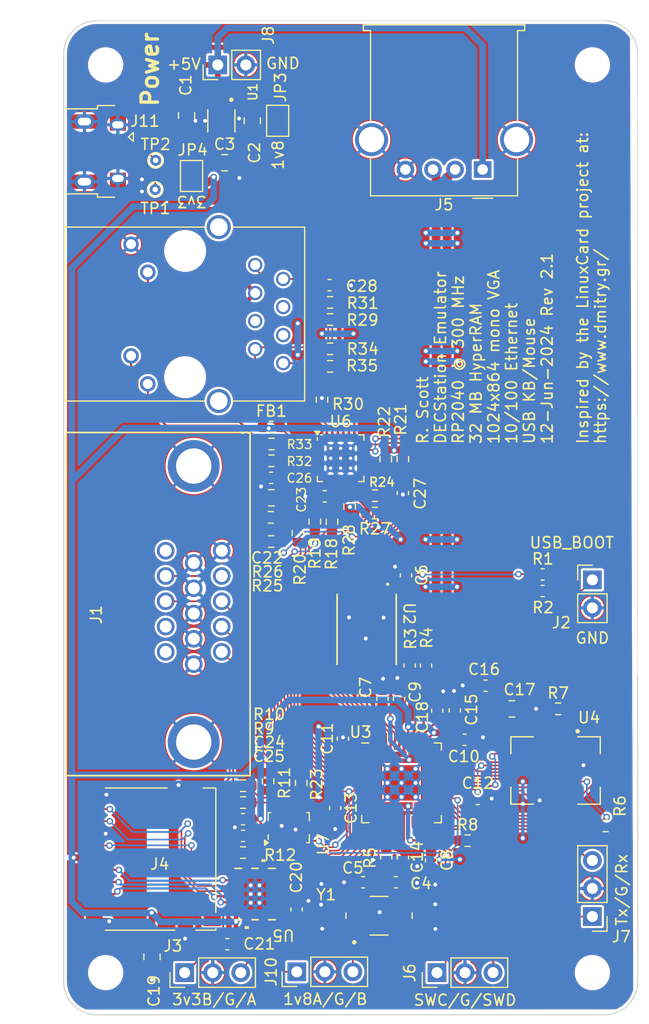
<source format=kicad_pcb>
(kicad_pcb (version 20240108) (generator "pcbnew") (generator_version "8.0")
  (title_block (title "Emulation board") (date "2023-04-07") (rev "REV1") (company "R. Scott"))
  (layers (0 "F.Cu" signal) (31 "B.Cu" signal) (34 "B.Paste" user) (35 "F.Paste" user) (36 "B.SilkS" user "B.Silkscreen") (37 "F.SilkS" user "F.Silkscreen") (38 "B.Mask" user) (39 "F.Mask" user) (44 "Edge.Cuts" user))
  (net 0 "")
  (net 1 "GND")
  (net 2 "VBUS")
  (net 3 "/XIN")
  (net 4 "/XOUT")
  (net 5 "+3V3")
  (net 6 "+1V1")
  (net 7 "+1V8")
  (net 8 "/~{USB_BOOT}")
  (net 9 "Net-(JP3-A)")
  (net 10 "/SD_DAT2_3v3")
  (net 11 "/SD_DAT3_3v3")
  (net 12 "/SD_CMD_3v3")
  (net 13 "/SD_SCLK_3v3")
  (net 14 "/SD_DAT0_3v3")
  (net 15 "/SD_DAT1_3v3")
  (net 16 "/E_TX1")
  (net 17 "/E_TX_EN")
  (net 18 "/E_TX0")
  (net 19 "/E_RX0")
  (net 20 "/E_RX1")
  (net 21 "/E_RETCLK")
  (net 22 "/E_CRS")
  (net 23 "/E_MDIO")
  (net 24 "Net-(JP4-A)")
  (net 25 "/RUN")
  (net 26 "/SWD")
  (net 27 "/SWCLK")
  (net 28 "/QSPI_SS")
  (net 29 "/QSPI_SD3")
  (net 30 "/QSPI_SCLK")
  (net 31 "/QSPI_SD0")
  (net 32 "/QSPI_SD2")
  (net 33 "/QSPI_SD1")
  (net 34 "/USB_D+")
  (net 35 "/USB_D-")
  (net 36 "/RESET#")
  (net 37 "/UART0_TX")
  (net 38 "/UART0_RX")
  (net 39 "/HSYNC")
  (net 40 "/DQ0")
  (net 41 "/DQ1")
  (net 42 "/DQ2")
  (net 43 "/DQ3")
  (net 44 "/DQ4")
  (net 45 "/DQ5")
  (net 46 "/DQ6")
  (net 47 "/DQ7")
  (net 48 "/CK")
  (net 49 "/RWDS")
  (net 50 "/CS#")
  (net 51 "/SD_CMD")
  (net 52 "/CK#")
  (net 53 "Net-(U3-USB_DP)")
  (net 54 "Net-(U3-USB_DM)")
  (net 55 "/SD_DAT3")
  (net 56 "/SD_DAT2")
  (net 57 "/SD_DAT1")
  (net 58 "/SD_DAT0")
  (net 59 "/SD_SCLK")
  (net 60 "Net-(U5-OE)")
  (net 63 "/VSYNC")
  (net 64 "/VIDEO")
  (net 70 "/GRN_3v3")
  (net 71 "/E_RETCLK_3v3")
  (net 72 "/B_3v3")
  (net 73 "/HSYNC_3v3")
  (net 74 "/RED_3v3")
  (net 75 "/VSYNC_3v3")
  (net 76 "/BLU_3v3")
  (net 79 "/RED_0v7")
  (net 80 "/BLU_0v7")
  (net 81 "/GRN_0v7")
  (net 82 "/A_3v3")
  (net 83 "/A_1v8")
  (net 84 "/B_1v8")
  (net 85 "VDDCR")
  (net 86 "Net-(U6-~{RST})")
  (net 87 "Net-(J9-RD+)")
  (net 88 "Net-(J9-TD-)")
  (net 89 "Net-(J9-TD+)")
  (net 90 "Net-(J9-RD-)")
  (net 91 "Net-(U6-RXD0{slash}MODE0)")
  (net 92 "Net-(U6-RXD1{slash}MODE1)")
  (net 93 "Net-(U6-CRS_DV{slash}MODE2)")
  (net 94 "Net-(U6-~{INT}{slash}REFCLKO)")
  (net 95 "Net-(U6-XTAL1{slash}CLKIN)")
  (net 96 "Net-(U6-RXER{slash}PHYAD0)")
  (net 97 "Net-(U6-RBIAS)")
  (net 98 "Net-(U6-LED1{slash}REGOFF)")
  (net 99 "Net-(U6-LED2{slash}~{INTSEL})")
  (net 106 "Net-(J11-D+)")
  (net 107 "Net-(J11-D-)")
  (net 108 "Net-(J9-CT)")
  (net 109 "Net-(J9-PadL3)")
  (net 110 "Net-(J9-PadL2)")
  (net 111 "Net-(Y1-OUT{slash}IN)")
  (footprint "Capacitor_SMD:C_0805_2012Metric" (layer "F.Cu") (at 86.475 40.055 90)
    (property "Reference" "C2")
    (property "Value" "10u")
  )
  (footprint "Connector_PinHeader_2.54mm:PinHeader_1x02_P2.54mm_Vertical" (layer "F.Cu") (at 117.29 81.62)
    (property "Reference" "J2")
    (property "Value" "Conn_01x02")
  )
  (footprint "Capacitor_SMD:C_0603_1608Metric" (layer "F.Cu") (at 105.715 96.098)
    (property "Reference" "C10")
    (property "Value" "1u")
  )
  (footprint "Capacitor_SMD:C_0603_1608Metric" (layer "F.Cu") (at 93.99 102.28 -90)
    (property "Reference" "C13")
    (property "Value" "100n")
  )
  (footprint "Capacitor_SMD:C_0603_1608Metric" (layer "F.Cu") (at 100.4 81.21 90)
    (property "Reference" "C6")
    (property "Value" "100n")
  )
  (footprint "Capacitor_SMD:C_0603_1608Metric" (layer "F.Cu") (at 112.785 81.13 180)
    (property "Reference" "R1")
    (property "Value" "DNF")
  )
  (footprint "Capacitor_SMD:C_0603_1608Metric" (layer "F.Cu") (at 112.785 82.63)
    (property "Reference" "R2")
    (property "Value" "1k")
  )
  (footprint "Capacitor_SMD:C_0603_1608Metric" (layer "F.Cu") (at 99.7714 92.3896 90)
    (property "Reference" "C9")
    (property "Value" "100n")
  )
  (footprint "Capacitor_SMD:C_0603_1608Metric" (layer "F.Cu") (at 100.7366 89.3797 -90)
    (property "Reference" "R3")
    (property "Value" "27")
  )
  (footprint "Capacitor_SMD:C_0603_1608Metric" (layer "F.Cu") (at 102.6797 107.0073 -90)
    (property "Reference" "C8")
    (property "Value" "100n")
  )
  (footprint "Capacitor_SMD:C_0805_2012Metric" (layer "F.Cu") (at 80.525 39.58 -90)
    (property "Reference" "C1")
    (property "Value" "10u")
  )
  (footprint "Capacitor_SMD:C_0603_1608Metric" (layer "F.Cu") (at 94.69 96 90)
    (property "Reference" "C11")
    (property "Value" "100n")
  )
  (footprint "Capacitor_SMD:C_0603_1608Metric" (layer "F.Cu") (at 107.615 91.205 180)
    (property "Reference" "C16")
    (property "Value" "100n")
  )
  (footprint "RP2040_minimal:RP2040-QFN-56" (layer "F.Cu") (at 100 100)
    (property "Reference" "U3")
    (property "Value" "RP2040")
  )
  (footprint "Capacitor_SMD:C_0603_1608Metric" (layer "F.Cu") (at 96.515 109 180)
    (property "Reference" "C5")
    (property "Value" "27p")
  )
  (footprint "MountingHole:MountingHole_2.7mm_M2.5" (layer "F.Cu") (at 117.29 35)
    (property "Reference" "H2" (hide yes))
    (property "Value" "MountingHole")
  )
  (footprint "MountingHole:MountingHole_2.7mm_M2.5" (layer "F.Cu") (at 117.29 117.18)
    (property "Reference" "H3" (hide yes))
    (property "Value" "MountingHole")
  )
  (footprint "Capacitor_SMD:C_0603_1608Metric" (layer "F.Cu") (at 98.2728 92.3768 90)
    (property "Reference" "C7")
    (property "Value" "100n")
  )
  (footprint "Capacitor_SMD:C_0603_1608Metric" (layer "F.Cu") (at 104.826 93.431 90)
    (property "Reference" "C15")
    (property "Value" "100n")
  )
  (footprint "MountingHole:MountingHole_2.7mm_M2.5" (layer "F.Cu") (at 73.19 35)
    (property "Reference" "H1" (hide yes))
    (property "Value" "MountingHole")
  )
  (footprint "MountingHole:MountingHole_2.7mm_M2.5" (layer "F.Cu") (at 73.19 117.18)
    (property "Reference" "H4" (hide yes))
    (property "Value" "MountingHole")
  )
  (footprint "Capacitor_SMD:C_0805_2012Metric" (layer "F.Cu") (at 109.99 93.3)
    (property "Reference" "C17")
    (property "Value" "10u")
  )
  (footprint "Capacitor_SMD:C_0603_1608Metric" (layer "F.Cu") (at 106.9088 101.4574)
    (property "Reference" "C12")
    (property "Value" "100n")
  )
  (footprint "Capacitor_SMD:C_0603_1608Metric" (layer "F.Cu") (at 100.127 106.766 -90)
    (property "Reference" "C14")
    (property "Value" "100n")
  )
  (footprint "Capacitor_SMD:C_0603_1608Metric" (layer "F.Cu") (at 103.2385 93.4691 90)
    (property "Reference" "C18")
    (property "Value" "1u")
  )
  (footprint "Capacitor_SMD:C_0603_1608Metric" (layer "F.Cu") (at 102.2225 89.3797 -90)
    (property "Reference" "R4")
    (property "Value" "27")
  )
  (footprint "Capacitor_SMD:C_0603_1608Metric" (layer "F.Cu") (at 98.6157 106.7533 -90)
    (property "Reference" "R5")
    (property "Value" "1k")
  )
  (footprint "Capacitor_SMD:C_0603_1608Metric" (layer "F.Cu") (at 99.485 109)
    (property "Reference" "C4")
    (property "Value" "27p")
  )
  (footprint "Capacitor_SMD:C_0603_1608Metric" (layer "F.Cu") (at 85.64 104.8 180)
    (property "Reference" "C25")
    (property "Value" "100n")
  )
  (footprint "Resistor_SMD:R_0603_1608Metric" (layer "F.Cu") (at 90.61 77.38 90)
    (property "Reference" "R20")
    (property "Value" "10")
  )
  (footprint "Capacitor_SMD:C_0603_1608Metric" (layer "F.Cu") (at 90.49 111.455 90)
    (property "Reference" "C20")
    (property "Value" "100n")
  )
  (footprint "Resistor_SMD:R_0603_1608Metric" (layer "F.Cu") (at 93.53 58.05 180)
    (property "Reference" "R29")
    (property "Value" "49.9")
  )
  (footprint "Capacitor_SMD:C_0603_1608Metric" (layer "F.Cu") (at 93.485 54.94 180)
    (property "Reference" "C28")
    (property "Value" "0.022u/1KV")
  )
  (footprint "Resistor_SMD:R_0603_1608Metric" (layer "F.Cu") (at 118.49 103.9)
    (property "Reference" "R6")
    (property "Value" "10K")
  )
  (footprint "Resistor_SMD:R_0603_1608Metric" (layer "F.Cu") (at 85.64 100.26 180)
    (property "Reference" "R10")
    (property "Value" "280")
  )
  (footprint "Resistor_SMD:R_0603_1608Metric" (layer "F.Cu") (at 95.3 74.99 90)
    (property "Reference" "R28")
    (property "Value" "10k")
  )
  (footprint "Connector_PinHeader_2.54mm:PinHeader_1x03_P2.54mm_Vertical" (layer "F.Cu") (at 90.51 117.105 90)
    (property "Reference" "J10")
    (property "Value" "Conn_01x03")
  )
  (footprint "Resistor_SMD:R_0603_1608Metric" (layer "F.Cu") (at 87.91 99.86 90)
    (property "Reference" "R11")
    (property "Value" "280")
  )
  (footprint "Capacitor_SMD:C_0603_1608Metric" (layer "F.Cu") (at 100.12 73.76 90)
    (property "Reference" "C27")
    (property "Value" "100n")
  )
  (footprint "Capacitor_SMD:C_0603_1608Metric" (layer "F.Cu") (at 85.64 103.29 180)
    (property "Reference" "C24")
    (property "Value" "100n")
  )
  (footprint "Connector_PinHeader_2.54mm:PinHeader_1x03_P2.54mm_Vertical" (layer "F.Cu") (at 117.29 112.1 180)
    (property "Reference" "J7")
    (property "Value" "Conn_01x03")
  )
  (footprint "Resistor_SMD:R_0603_1608Metric" (layer "F.Cu") (at 92.14 76.34 90)
    (property "Reference" "R19")
    (property "Value" "10")
  )
  (footprint "emu_brd:SON40P200X200X80-11N" (layer "F.Cu") (at 83.675 40.055 -90)
    (property "Reference" "U1")
    (property "Value" "TLV751180330PDSQR")
  )
  (footprint "Resistor_SMD:R_0603_1608Metric" (layer "F.Cu") (at 85.64 101.78 180)
    (property "Reference" "R9")
    (property "Value" "280")
  )
  (footprint "Capacitor_SMD:C_0805_2012Metric" (layer "F.Cu") (at 83.975 43.855)
    (property "Reference" "C3")
    (property "Value" "10u")
  )
  (footprint "Resistor_SMD:R_0603_1608Metric" (layer "F.Cu") (at 88.22 69.32 180)
    (property "Reference" "R33")
    (property "Value" "330")
  )
  (footprint "Resistor_SMD:R_0603_1608Metric" (layer "F.Cu") (at 92.79 65.31 90)
    (property "Reference" "R30")
    (property "Value" "12.1k")
  )
  (footprint "Resistor_SMD:R_0603_1608Metric" (layer "F.Cu") (at 98.57 70.695 -90)
    (property "Reference" "R22")
    (property "Value" "10k")
  )
  (footprint "Connector_Card:microSD_HC_Hirose_DM3D-SF" (layer "F.Cu") (at 77.39 106.9 -90)
    (property "Reference" "J4")
    (property "Value" "Micro_SD_Card_Det_Hirose_DM3AT")
  )
  (footprint "Resistor_SMD:R_0603_1608Metric" (layer "F.Cu") (at 93.7 76.37 90)
    (property "Reference" "R18")
    (property "Value" "10")
  )
  (footprint "emu_brd:RGY20_3P05X2P05" (layer "F.Cu") (at 86.7337 110.0674 180)
    (property "Reference" "U5")
    (property "Value" "TXS0108ERGYR")
  )
  (footprint "Resistor_SMD:R_0603_1608Metric" (layer "F.Cu") (at 88.21 70.84 180)
    (property "Reference" "R32")
    (property "Value" "330")
  )
  (footprint "Capacitor_SMD:C_0603_1608Metric" (layer "F.Cu") (at 84.215 114.605 180)
    (property "Reference" "C21")
    (property "Value" "100n")
  )
  (footprint "emu_brd:WIZNET_RB1-125BAG1A" (layer "F.Cu") (at 80.39104 57.55579 -90)
    (property "Reference" "J9" (hide yes))
    (property "Value" "RB1-125BAG1A")
  )
  (footprint "RP2040_minimal:USB_Micro-B_Amphenol_10103594-0001LF_Horizontal_modified" (layer "F.Cu") (at 71.27 42.85 -90)
    (property "Reference" "J11")
    (property "Value" "USB_B_Micro")
  )
  (footprint "emu_brd:WIN_ZP-8_WIN" (layer "F.Cu") (at 96.84 86.11 -90)
    (property "Reference" "U2")
    (property "Value" "W25LQ64E")
  )
  (footprint "Resistor_SMD:R_0603_1608Metric" (layer "F.Cu") (at 97.6 74 180)
    (property "Reference" "R24")
    (property "Value" "10k")
  )
  (footprint "Capacitor_SMD:C_0603_1608Metric" (layer "F.Cu") (at 88.18 72.38)
    (property "Reference" "C26")
    (property "Value" "470pf")
  )
  (footprint "Resistor_SMD:R_0603_1608Metric" (layer "F.Cu") (at 93.53 56.5 180)
    (property "Reference" "R31")
    (property "Value" "49.9")
  )
  (footprint "Capacitor_SMD:C_0805_2012Metric" (layer "F.Cu") (at 77.39 115.755 -90)
    (property "Reference" "C19")
    (property "Value" "10u")
  )
  (footprint "Resistor_SMD:R_0603_1608Metric" (layer "F.Cu") (at 114.19 93.3)
    (property "Reference" "R7")
    (property "Value" "DNP")
  )
  (footprint "Connector_PinHeader_2.54mm:PinHeader_1x02_P2.54mm_Vertical" (layer "F.Cu") (at 83.35 35 90)
    (property "Reference" "J8")
    (property "Value" "Conn_01x02")
  )
  (footprint "Resistor_SMD:R_0603_1608Metric" (layer "F.Cu") (at 85.64 106.31)
    (property "Reference" "R12")
    (property "Value" "10K")
  )
  (footprint "Connector_USB:USB_A_Molex_67643_Horizontal" (layer "F.Cu") (at 107.35 44.47 180)
    (property "Reference" "J5")
    (property "Value" "USB_A")
  )
  (footprint "Capacitor_SMD:C_0805_2012Metric" (layer "F.Cu") (at 88.21 74.19)
    (property "Reference" "C22")
    (property "Value" "10uf")
  )
  (footprint "Jumper:SolderJumper-2_P1.3mm_Bridged_Pad1.0x1.5mm" (layer "F.Cu") (at 80.975 45.055 -90)
    (property "Reference" "JP4")
    (property "Value" "SolderJumper_2_Bridged")
  )
  (footprint "Resistor_SMD:R_0603_1608Metric" (layer "F.Cu") (at 88.19 78.15)
    (property "Reference" "R25")
    (property "Value" "10k")
  )
  (footprint "Inductor_SMD:L_0603_1608Metric" (layer "F.Cu") (at 88.2 67.77)
    (property "Reference" "FB1")
    (property "Value" "FerriteBead")
  )
  (footprint "Jumper:SolderJumper-2_P1.3mm_Bridged_Pad1.0x1.5mm" (layer "F.Cu") (at 88.775 40.055 90)
    (property "Reference" "JP3")
    (property "Value" "SolderJumper_2_Bridged")
  )
  (footprint "Package_DFN_QFN:DHVQFN-16-1EP_2.5x3.5mm_P0.5mm_EP1x2mm" (layer "F.Cu") (at 89.78 104.06 90)
    (property "Reference" "U7")
    (property "Value" "TXV0106BQBR")
  )
  (footprint "Resistor_SMD:R_0603_1608Metric" (layer "F.Cu") (at 93.53 60.7 180)
    (property "Reference" "R34")
    (property "Value" "49.9")
  )
  (footprint "Capacitor_SMD:C_0603_1608Metric" (layer "F.Cu") (at 93.035 74.06 180)
    (property "Reference" "C23")
    (property "Value" "100n")
  )
  (footprint "Resistor_SMD:R_0603_1608Metric" (layer "F.Cu") (at 100.12 70.685 -90)
    (property "Reference" "R21")
    (property "Value" "10k")
  )
  (footprint "emu_brd:XTAL_ECS-120-20-23B-TR" (layer "F.Cu") (at 97.96 112.03)
    (property "Reference" "Y1")
    (property "Value" "ECS-120-20-23B-TR")
  )
  (footprint "Resistor_SMD:R_0603_1608Metric" (layer "F.Cu") (at 88.16 75.96)
    (property "Reference" "R26")
    (property "Value" "10k")
  )
  (footprint "Resistor_SMD:R_0603_1608Metric" (layer "F.Cu") (at 93.53 62.29 180)
    (property "Reference" "R35")
    (property "Value" "49.9")
  )
  (footprint "TestPoint:TestPoint_THTPad_D1.0mm_Drill0.5mm" (layer "F.Cu") (at 77.72 43.64)
    (property "Reference" "TP2")
    (property "Value" "D-_TP")
  )
  (footprint "Resistor_SMD:R_0603_1608Metric" (layer "F.Cu") (at 90.91 100 90)
    (property "Reference" "R23")
    (property "Value" "33")
  )
  (footprint "Connector_PinHeader_2.54mm:PinHeader_1x03_P2.54mm_Vertical" (layer "F.Cu") (at 103.21 117.18 90)
    (property "Reference" "J6")
    (property "Value" "Conn_01x03")
  )
  (footprint "Resistor_SMD:R_0603_1608Metric" (layer "F.Cu") (at 105.99 105.23)
    (property "Reference" "R8")
    (property "Value" "10K")
  )
  (footprint "TestPoint:TestPoint_THTPad_D1.0mm_Drill0.5mm" (layer "F.Cu") (at 77.68 46.28)
    (property "Reference" "TP1")
    (property "Value" "D+_TP")
  )
  (footprint "Package_DFN_QFN:VQFN-24-1EP_4x4mm_P0.5mm_EP2.5x2.5mm_ThermalVias" (layer "F.Cu") (at 94.48 70.61)
    (property "Reference" "U6")
    (property "Value" "LAN8742A")
  )
  (footprint "emu_brd:BGA25C100P5X5_800X600X120N" (layer "F.Cu") (at 113.954 98.876 -90)
    (property "Reference" "U4")
    (property "Value" "PSRAM_32M")
  )
  (footprint "emu_brd:CONN_L77HDE15SD1CH4FVGA_AMP" (layer "F.Cu") (at 69.74 83.81 90)
    (property "Reference" "J1")
    (property "Value" "DE15_Receptacle_HighDensity_MountingHoles")
  )
  (footprint "Resistor_SMD:R_0603_1608Metric" (layer "F.Cu") (at 97.59 75.57 180)
    (property "Reference" "R27")
    (property "Value" "10k")
  )
  (footprint "Connector_PinHeader_2.54mm:PinHeader_1x03_P2.54mm_Vertical" (layer "F.Cu") (at 80.35 117.18 90)
    (property "Reference" "J3")
    (property "Value" "Conn_01x03")
  )
  (gr_line (start 118.39 121) (end 72.39 121) (stroke (width 0.1)) (layer "Edge.Cuts"))
  (gr_line (start 69.39 118) (end 69.39 34) (stroke (width 0.1)) (layer "Edge.Cuts"))
  (gr_line (start 121.39 90.28) (end 121.39 34) (stroke (width 0.05)) (layer "Edge.Cuts"))
  (gr_arc (start 121.39 118) (mid 120.51132 120.12132) (end 118.39 121) (stroke (width 0.1)) (layer "Edge.Cuts"))
  (gr_line (start 72.39 31) (end 118.39 31) (stroke (width 0.05)) (layer "Edge.Cuts"))
  (gr_arc (start 69.39 34) (mid 70.26868 31.87868) (end 72.39 31) (stroke (width 0.1)) (layer "Edge.Cuts"))
  (gr_arc (start 72.39 121) (mid 70.26868 120.12132) (end 69.39 118) (stroke (width 0.1)) (layer "Edge.Cuts"))
  (gr_line (start 121.39 90.28) (end 121.39 118) (stroke (width 0.1)) (layer "Edge.Cuts"))
  (gr_arc (start 118.39 31) (mid 120.51132 31.87868) (end 121.39 34) (stroke (width 0.1)) (layer "Edge.Cuts"))
  (gr_text "\nUSB_BOOT" (at 115.42 77.45 0) (layer "F.SilkS") (effects (font (size 1 1))))
  (gr_text "1v8A/G/B" (at 89.18 120.17 0) (layer "F.SilkS") (effects (font (size 1 1)) (justify left bottom)))
  (gr_text "1v8" (at 88.81 43.15 90) (layer "F.SilkS") (effects (font (size 1 1))))
  (gr_text "Tx/G/Rx" (at 120.54 113.03 90) (layer "F.SilkS") (effects (font (size 1 1)) (justify left bottom)))
  (gr_text "SWC/G/SWD" (at 101.015 120.255 0) (layer "F.SilkS") (effects (font (size 1 1)) (justify left bottom)))
  (gr_text "R. Scott\nDECStation Emulator\nRP2040 @ 300 MHz\n32 MB HyperRAM\n1024x864 mono VGA\n10/100 Ethernet\nUSB KB/Mouse\n12-Jun-2024 Rev 2.1\n\nInspired by the LinuxCard project at:\nhttps://www.dmitry.gr/" (at 118.6 69.41 90) (layer "F.SilkS") (effects (font (size 1 1)) (justify left bottom)))
  (gr_text "3v3" (at 80.97 47.37 180) (layer "F.SilkS") (effects (font (size 1 1))))
  (gr_text "Power" (at 78.09 38.92 90) (layer "F.SilkS") (effects (font (size 1.5 1.5) (thickness 0.3) (bold yes)) (justify left bottom)))
  (gr_text "GND" (at 89.25 34.86 0) (layer "F.SilkS") (effects (font (size 1 1))))
  (gr_text "GND" (at 117.29 86.89 0) (layer "F.SilkS") (effects (font (size 1 1))))
  (gr_text "3v3B/G/A" (at 79.12 120.2 0) (layer "F.SilkS") (effects (font (size 1 1)) (justify left bottom)))
  (gr_text "+5V" (at 80.29 34.93 0) (layer "F.SilkS") (effects (font (size 1 1))))
  (segment (start 110.94 93.3) (end 112.19 93.3) (width 0.6) (layer "F.Cu") (net 1))
  (segment (start 90.85 104.23) (end 90.94 104.32) (width 0.2) (layer "F.Cu") (net 1))
  (segment (start 76.480002 46.459999) (end 76.48 46.459997) (width 0.6) (layer "F.Cu") (net 1))
  (segment (start 94.935 83.2398) (end 94.935 84.205) (width 0.15) (layer "F.Cu") (net 1))
  (segment (start 77.365 116.73) (end 77.39 116.705) (width 0.3) (layer "F.Cu") (net 1))
  (segment (start 95.24 85.02) (end 95.75 85.02) (width 0.15) (layer "F.Cu") (net 1))
  (segment (start 83.675 40.055) (end 85.075 40.055) (width 0.6) (layer "F.Cu") (net 1))
  (segment (start 92.79 65.159994) (end 92.789997 65.159997) (width 0.2) (layer "F.Cu") (net 1))
  (segment (start 85.275 39.155) (end 86.4375 39.155) (width 0.6) (layer "F.Cu") (net 1))
  (segment (start 90.49 110.68) (end 91.565 110.68) (width 0.2) (layer "F.Cu") (net 1))
  (segment (start 106.8275 91.205) (end 105.5703 91.205) (width 0.6) (layer "F.Cu") (net 1))
  (segment (start 91.4675 103.81) (end 91.4675 104.31) (width 0.2) (layer "F.Cu") (net 1))
  (segment (start 99 103.998572) (end 97.3907 105.607872) (width 0.15) (layer "F.Cu") (net 1))
  (segment (start 100.12 73.89) (end 100.12 74.535) (width 0.2) (layer "F.Cu") (net 1))
  (segment (start 72.165 112.525) (end 73.365 112.525) (width 0.6) (layer "F.Cu") (net 1))
  (segment (start 79.765 100.225) (end 79.79 100.2) (width 0.6) (layer "F.Cu") (net 1))
  (segment (start 85.983699 107.842401) (end 85.983699 109.317399) (width 0.2) (layer "F.Cu") (net 1))
  (segment (start 93.99 104.1831) (end 93.99 103.055) (width 0.6) (layer "F.Cu") (net 1))
  (segment (start 84.075 39.07) (end 84.075 39.655) (width 0.2) (layer "F.Cu") (net 1))
  (segment (start 73.154244 101.175) (end 73.259622 101.069622) (width 0.6) (layer "F.Cu") (net 1))
  (segment (start 103.2385 92.7915) (end 103.2385 92.249) (width 0.2) (layer "F.Cu") (net 1))
  (segment (start 99.619 91.4497) (end 99.619 90.4973) (width 0.2) (layer "F.Cu") (net 1))
  (segment (start 113.365 93.3) (end 113.365 93.93) (width 0.3) (layer "F.Cu") (net 1))
  (segment (start 71.27 40.125) (end 71.27 41.6375) (width 0.2) (layer "F.Cu") (net 1))
  (segment (start 85.075 40.055) (end 85.275 39.855) (width 0.6) (layer "F.Cu") (net 1))
  (segment (start 111.954 100.876) (end 112.513328 101.435328) (width 0.3) (layer "F.Cu") (net 1))
  (segment (start 82.9 117.17) (end 82.89 117.18) (width 0.3) (layer "F.Cu") (net 1))
  (segment (start 74.249998 44.145) (end 76.105 44.145) (width 0.4) (layer "F.Cu") (net 1))
  (segment (start 85.983699 109.317399) (end 86.7337 110.0674) (width 0.2) (layer "F.Cu") (net 1))
  (segment (start 94.935 84.205) (end 95.24 84.51) (width 0.15) (layer "F.Cu") (net 1))
  (segment (start 91.4575 104.32) (end 91.4675 104.31) (width 0.2) (layer "F.Cu") (net 1))
  (segment (start 95.75 85.02) (end 96.84 86.11) (width 0.15) (layer "F.Cu") (net 1))
  (segment (start 99.41 80.43) (end 100.395 80.43) (width 0.2) (layer "F.Cu") (net 1))
  (segment (start 113.365 93.3) (end 112.19 93.3) (width 0.6) (layer "F.Cu") (net 1))
  (segment (start 71.27 44.0625) (end 71.02 43.8125) (width 0.2) (layer "F.Cu") (net 1))
  (segment (start 92.26 74.06) (end 91.28 74.06) (width 0.4) (layer "F.Cu") (net 1))
  (segment (start 116.49 98.4) (end 115.43 98.4) (width 0.15) (layer "F.Cu") (net 1))
  (segment (start 80.415 114.075) (end 80.39 114.1) (width 0.6) (layer "F.Cu") (net 1))
  (segment (start 84.865 103.29) (end 84.865 104.8) (width 0.2) (layer "F.Cu") (net 1))
  (segment (start 76.48 44.47) (end 76.48 45.36) (width 0.6) (layer "F.Cu") (net 1))
  (segment (start 94.69 95.867943) (end 94.69 95.1) (width 0.3) (layer "F.Cu") (net 1))
  (segment (start 92.79 64.485) (end 92.79 65.159994) (width 0.2) (layer "F.Cu") (net 1))
  (segment (start 83.44 114.605) (end 82.9 115.145) (width 0.3) (layer "F.Cu") (net 1))
  (segment (start 90.94 104.32) (end 91.4575 104.32) (width 0.2) (layer "F.Cu") (net 1))
  (segment (start 71.27 41.6375) (end 71.02 41.8875) (width 0.2) (layer "F.Cu") (net 1))
  (segment (start 112.513328 101.435328) (end 112.513328 101.581572) (width 0.3) (layer "F.Cu") (net 1))
  (segment (start 113.954 94.519) (end 113.954 96.876) (width 0.3) (layer "F.Cu") (net 1))
  (segment (start 105.5703 91.205) (end 105.5449 91.1796) (width 0.15) (layer "F.Cu") (net 1))
  (segment (start 97.3907 105.607872) (end 97.3907 106.965) (width 0.15) (layer "F.Cu") (net 1))
  (segment (start 94.26 54.94) (end 95.39 54.94) (width 0.4) (layer "F.Cu") (net 1))
  (segment (start 99 103.4375) (end 99 103.998572) (width 0.15) (layer "F.Cu") (net 1))
  (segment (start 83.275 39.07) (end 83.275 39.655) (width 0.2) (layer "F.Cu") (net 1))
  (segment (start 90.4 104.23) (end 90.85 104.23) (width 0.2) (layer "F.Cu") (net 1))
  (segment (start 84.925 44.855) (end 85.31 45.24) (width 0.6) (layer "F.Cu") (net 1))
  (segment (start 72.165 101.175) (end 73.154244 101.175) (width 0.6) (layer "F.Cu") (net 1))
  (segment (start 84.925 43.855) (end 84.925 44.855) (width 0.6) (layer "F.Cu") (net 1))
  (segment (start 101.6638 107.7948) (end 101.4224 107.5534) (width 0.3) (layer "F.Cu") (net 1))
  (segment (start 101.397 109.052) (end 100.3245 109.052) (width 0.2) (layer "F.Cu") (net 1))
  (segment (start 76.48 46.459997) (end 76.48 45.36) (width 0.6) (layer "F.Cu") (net 1))
  (segment (start 87.27 72.3475) (end 87.27 74.0125) (width 0.2) (layer "F.Cu") (net 1))
  (segment (start 94.697057 95.875) (end 94.69 95.867943) (width 0.3) (layer "F.Cu") (net 1))
  (segment (start 76.13 44.12) (end 76.48 44.47) (width 0.6) (layer "F.Cu") (net 1))
  (segment (start 95.39 54.94) (end 95.42 54.97) (width 0.2) (layer "F.Cu") (net 1))
  (segment (start 80.525 40.53) (end 81 40.055) (width 0.6) (layer "F.Cu") (net 1))
  (segment (start 80.415 112.875) (end 80.415 114.075) (width 0.6) (layer "F.Cu") (net 1))
  (segment (start 101.4223 107.5535) (end 101.4224 107.5534) (width 0.3) (layer "F.Cu") (net 1))
  (segment (start 104.7498 92.6689) (end 104.7498 91.6784) (width 0.2) (layer "F.Cu") (net 1))
  (segment (start 100.127 107.5535) (end 101.4223 107.5535) (width 0.3) (layer "F.Cu") (net 1))
  (segment (start 81 40.055) (end 83.38125 40.055) (width 0.6) (layer "F.Cu") (net 1))
  (segment (start 87.405 74.045) (end 87.26 74.19) (width 0.2) (layer "F.Cu") (net 1))
  (segment (start 102.6797 109.077398) (end 102.679698 109.0774) (width 0.2) (layer "F.Cu") (net 1))
  (segment (start 98.3363 91.93) (end 98.3236 90.5735) (width 0.2) (layer "F.Cu") (net 1))
  (segment (start 71.27 45.575) (end 71.27 44.0625) (width 0.2) (layer "F.Cu") (net 1))
  (segment (start 72.04 104.575) (end 73.172185 104.575) (width 0.6) (layer "F.Cu") (net 1))
  (segment (start 82.9 115.145) (end 82.9 117.17) (width 0.3) (layer "F.Cu") (net 1))
  (segment (start 84.075 39.655) (end 83.675 40.055) (width 0.2) (layer "F.Cu") (net 1))
  (segment (start 83.275 39.655) (end 83.675 40.055) (width 0.2) (layer "F.Cu") (net 1))
  (segment (start 115.43 98.4) (end 114.954 98.876) (width 0.15) (layer "F.Cu") (net 1))
  (segment (start 79.765 100.925) (end 79.765 100.225) (width 0.6) (layer "F.Cu") (net 1))
  (segment (start 77.365 117.83) (end 77.365 116.73) (width 0.6) (layer "F.Cu") (net 1))
  (segment (start 102.6797 107.7948) (end 101.6638 107.7948) (width 0.3) (layer "F.Cu") (net 1))
  (segment (start 103.2385 92.249) (end 103.771 91.7165) (width 0.2) (layer "F.Cu") (net 1))
  (segment (start 95.24 84.51) (end 95.24 85.02) (width 0.15) (layer "F.Cu") (net 1))
  (segment (start 85.275 39.855) (end 85.275 39.155) (width 0.6) (layer "F.Cu") (net 1))
  (segment (start 100.395 80.43) (end 100.4 80.435) (width 0.2) (layer "F.Cu") (net 1))
  (segment (start 108.131881 101.4574) (end 108.1655 101.423781) (width 0.3) (layer "F.Cu") (net 1))
  (segment (start 107.6963 101.4574) (end 108.131881 101.4574) (width 0.3) (layer "F.Cu") (net 1))
  (segment (start 106.676767 95.872933) (end 107.379535 95.872933) (width 0.15) (layer "F.Cu") (net 1))
  (segment (start 113.365 93.93) (end 113.954 94.519) (width 0.3) (layer "F.Cu") (net 1))
  (segment (start 73.172185 104.575) (end 73.197185 104.6) (width 0.6) (layer "F.Cu") (net 1))
  (via (at 98.015 111.705) (size 0.6) (drill 0.35) (layers "F.Cu" "B.Cu") (net 1))
  (via (at 92.815 113.205) (size 0.6) (drill 0.35) (layers "F.Cu" "B.Cu") (net 1))
  (via (at 92.71 111.03) (size 0.6) (drill 0.35) (layers "F.Cu" "B.Cu") (net 1))
  (via (at 103.05 110.99) (size 0.6) (drill 0.35) (layers "F.Cu" "B.Cu") (net 1))
  (via (at 84.9 104.03) (size 0.6) (drill 0.35) (layers "F.Cu" "B.Cu") (net 1))
  (via (at 73.515 112.53) (size 0.6) (drill 0.35) (layers "F.Cu" "B.Cu") (net 1))
  (via (at 99.619 90.4973) (size 0.6) (drill 0.35) (layers "F.Cu" "B.Cu") (net 1))
  (via (at 103.05 109.21) (size 0.6) (drill 0.35) (layers "F.Cu" "B.Cu") (net 1))
  (via (at 89.14 103.89) (size 0.6) (drill 0.35) (layers "F.Cu" "B.Cu") (net 1))
  (via (at 103.065 113.23) (size 0.6) (drill 0.35) (layers "F.Cu" "B.Cu") (net 1))
  (via (at 79.79 100.2) (size 0.6) (drill 0.35) (layers "F.Cu" "B.Cu") (net 1))
  (via (at 99.41 80.43) (size 0.6) (drill 0.35) (layers "F.Cu" "B.Cu") (net 1))
  (via (at 87.27 73.16) (size 0.6) (drill 0.35) (layers "F.Cu" "B.Cu") (net 1))
  (via (at 101.397 109.052) (size 0.6) (drill 0.35) (layers "F.Cu" "B.Cu") (net 1))
  (via (at 92.74 109.15) (size 0.6) (drill 0.35) (layers "F.Cu" "B.Cu") (net 1))
  (via (at 91.565 110.68) (size 0.6) (drill 0.35) (layers "F.Cu" "B.Cu") (net 1))
  (via (at 97.3907 106.965) (size 0.6) (drill 0.35) (layers "F.Cu" "B.Cu") (net 1))
  (via (at 92.789997 65.159997) (size 0.6) (drill 0.35) (layers "F.Cu" "B.Cu") (net 1))
  (via (at 85.275 39.855) (size 0.6) (drill 0.35) (layers "F.Cu" "B.Cu") (net 1))
  (via (at 98.37 85.04) (size 0.6) (drill 0.35) (layers "F.Cu" "B.Cu") (net 1))
  (via (at 101.4224 107.5534) (size 0.6) (drill 0.35) (layers "F.Cu" "B.Cu") (net 1))
  (via (at 105.5449 91.1796) (size 0.6) (drill 0.35) (layers "F.Cu" "B.Cu") (net 1))
  (via (at 94.697057 95.875) (size 0.6) (drill 0.35) (layers "F.Cu" "B.Cu") (net 1))
  (via (at 104.7498 91.6784) (size 0.6) (drill 0.35) (layers "F.Cu" "B.Cu") (net 1))
  (via (at 96.76 86.93) (size 0.6) (drill 0.35) (layers "F.Cu" "B.Cu") (net 1))
  (via (at 112.19 93.3) (size 0.6) (drill 0.35) (layers "F.Cu" "B.Cu") (net 1))
  (via (at 73.259622 101.069622) (size 0.6) (drill 0.35) (layers "F.Cu" "B.Cu") (net 1))
  (via (at 82.2 40.055) (size 0.6) (drill 0.35) (layers "F.Cu" "B.Cu") (net 1))
  (via (at 76.480002 46.459999) (size 0.6) (drill 0.35) (layers "F.Cu" "B.Cu") (net 1))
  (via (at 91.28 74.06) (size 0.6) (drill 0.35) (layers "F.Cu" "B.Cu") (net 1))
  (via (at 77.365 117.83) (size 0.6) (drill 0.35) (layers "F.Cu" "B.Cu") (net 1))
  (via (at 100.12 73.89) (size 0.6) (drill 0.35) (layers "F.Cu" "B.Cu") (net 1))
  (via (at 94.79 109) (size 0.6) (drill 0.35) (layers "F.Cu" "B.Cu") (net 1))
  (via (at 95.42 54.97) (size 0.6) (drill 0.35) (layers "F.Cu" "B.Cu") (net 1))
  (via (at 95.24 85.02) (size 0.6) (drill 0.35) (layers "F.Cu" "B.Cu") (net 1))
  (via (at 80.39 114.1) (size 0.6) (drill 0.35) (layers "F.Cu" "B.Cu") (net 1))
  (via (at 107.379535 95.872933) (size 0.6) (drill 0.35) (layers "F.Cu" "B.Cu") (net 1))
  (via (at 112.513328 101.581572) (size 0.6) (drill 0.35) (layers "F.Cu" "B.Cu") (net 1))
  (via (at 108.1655 101.423781) (size 0.6) (drill 0.35) (layers "F.Cu" "B.Cu") (net 1))
  (via (at 116.49 98.4) (size 0.6) (drill 0.35) (layers "F.Cu" "B.Cu") (net 1))
  (via (at 76.48 45.36) (size 0.6) (drill 0.35) (layers "F.Cu" "B.Cu") (net 1))
  (via (at 73.197185 104.6) (size 0.6) (drill 0.35) (layers "F.Cu" "B.Cu") (net 1))
  (via (at 103.771 91.7165) (size 0.6) (drill 0.35) (layers "F.Cu" "B.Cu") (net 1))
  (via (at 93.99 104.1831) (size 0.6) (drill 0.35) (layers "F.Cu" "B.Cu") (net 1))
  (via (at 85.31 45.24) (size 0.6) (drill 0.35) (layers "F.Cu" "B.Cu") (net 1))
  (via (at 90.4 104.23) (size 0.6) (drill 0.35) (layers "F.Cu" "B.Cu") (net 1))
  (via (at 81.325 40.055) (size 0.6) (drill 0.35) (layers "F.Cu" "B.Cu") (net 1))
  (via (at 98.3236 90.5735) (size 0.6) (drill 0.35) (layers "F.Cu" "B.Cu") (net 1))
  (segment (start 76.155 41.555) (end 76.18 41.53) (width 0.4) (layer "F.Cu") (net 2))
  (segment (start 83.675 39.07) (end 83.675 38.18) (width 0.15) (layer "F.Cu") (net 2))
  (segment (start 79.27 41.29) (end 79.03 41.53) (width 0.6) (layer "F.Cu") (net 2))
  (segment (start 74.299998 41.555) (end 76.155 41.555) (width 0.4) (layer "F.Cu") (net 2))
  (segment (start 80.525 38.885) (end 80.525 38.63) (width 0.15) (layer "F.Cu") (net 2))
  (segment (start 79.27 39.885) (end 79.27 41.29) (width 0.6) (layer "F.Cu") (net 2))
  (segment (start 79.03 41.53) (end 76.18 41.53) (width 0.6) (layer "F.Cu") (net 2))
  (segment (start 84.075 41.04) (end 84.075 41.855) (width 0.2) (layer "F.Cu") (net 2))
  (segment (start 80.71 39.07) (end 80.525 38.885) (width 0.15) (layer "F.Cu") (net 2))
  (segment (start 80.525 38.63) (end 79.27 39.885) (width 0.6) (layer "F.Cu") (net 2))
  (segment (start 84.16 31.66) (end 84.16 31.71) (width 0.6) (layer "B.Cu") (net 2))
  (segment (start 105.77 31.66) (end 84.16 31.66) (width 0.6) (layer "B.Cu") (net 2))
  (segment (start 107.35 33.24) (end 105.77 31.66) (width 0.6) (layer "B.Cu") (net 2))
  (segment (start 107.35 44.47) (end 107.35 33.24) (width 0.6) (layer "B.Cu") (net 2))
  (segment (start 83.35 32.52) (end 83.35 35) (width 0.6) (layer "B.Cu") (net 2))
  (segment (start 84.16 31.71) (end 83.35 32.52) (width 0.6) (layer "B.Cu") (net 2))
  (segment (start 97.29 111.7) (end 95.76 113.23) (width 0.15) (layer "F.Cu") (net 3))
  (segment (start 97.9157 105.509111) (end 97.9157 108.3743) (width 0.15) (layer "F.Cu") (net 3))
  (segment (start 97.9157 108.3743) (end 97.29 109) (width 0.15) (layer "F.Cu") (net 3))
  (segment (start 97.29 109) (end 97.29 111.7) (width 0.15) (layer "F.Cu") (net 3))
  (segment (start 99.4 103.4375) (end 99.4 104.024811) (width 0.15) (layer "F.Cu") (net 3))
  (segment (start 99.4 104.024811) (end 97.9157 105.509111) (width 0.15) (layer "F.Cu") (net 3))
  (segment (start 99.8 104.9213) (end 99.6444 105.0769) (width 0.15) (layer "F.Cu") (net 4))
  (segment (start 99.8 103.4375) (end 99.8 104.9213) (width 0.15) (layer "F.Cu") (net 4))
  (segment (start 98.6157 105.3309) (end 98.6157 105.9658) (width 0.15) (layer "F.Cu") (net 4))
  (segment (start 99.6444 105.0769) (end 98.8697 105.0769) (width 0.15) (layer "F.Cu") (net 4))
  (segment (start 98.8697 105.0769) (end 98.6157 105.3309) (width 0.15) (layer "F.Cu") (net 4))
  (segment (start 77.39 111.78) (end 77.39 114.805) (width 0.6) (layer "F.Cu") (net 5))
  (segment (start 87.18 103.29) (end 87.23 103.24) (width 0.4) (layer "F.Cu") (net 5))
  (segment (start 70.29 106.77) (end 70.295 106.775) (width 0.6) (layer "F.Cu") (net 5))
  (segment (start 86.415 103.29) (end 87.18 103.29) (width 0.4) (layer "F.Cu") (net 5))
  (segment (start 87.39 103.81) (end 88.0925 103.81) (width 0.2) (layer "F.Cu") (net 5))
  (segment (start 87.23 103.24) (end 87.23 103.65) (width 0.2) (layer "F.Cu") (net 5))
  (segment (start 100.11 69.87) (end 100.12 69.86) (width 0.6) (layer "F.Cu") (net 5))
  (segment (start 85.0087 111.817399) (end 85.0087 114.5863) (width 0.4) (layer "F.Cu") (net 5))
  (segment (start 103.5815 95.463) (end 102.921 95.463) (width 0.6) (layer "F.Cu") (net 5))
  (segment (start 104.826 94.2185) (end 103.5815 95.463) (width 0.6) (layer "F.Cu") (net 5))
  (segment (start 70.295 106.775) (end 72.04 106.775) (width 0.6) (layer "F.Cu") (net 5))
  (segment (start 82.425 45.705) (end 82.975 45.155) (width 0.6) (layer "F.Cu") (net 5))
  (segment (start 87.23 103.65) (end 87.39 103.81) (width 0.2) (layer "F.Cu") (net 5))
  (segment (start 85.0087 114.5863) (end 84.99 114.605) (width 0.2) (layer "F.Cu") (net 5))
  (segment (start 100.6 94.942636) (end 100.606443 94.936193) (width 0.6) (layer "F.Cu") (net 5))
  (segment (start 77.365 111.755) (end 77.39 111.78) (width 0.6) (layer "F.Cu") (net 5))
  (segment (start 102.921 95.463) (end 102.6 95.784) (width 0.2) (layer "F.Cu") (net 5))
  (segment (start 102.6 95.784) (end 102.6 96.5625) (width 0.2) (layer "F.Cu") (net 5))
  (segment (start 100.6 96.5625) (end 100.6 94.942636) (width 0.2) (layer "F.Cu") (net 5))
  (segment (start 98.57 69.87) (end 100.11 69.87) (width 0.6) (layer "F.Cu") (net 5))
  (segment (start 80.975 45.705) (end 82.425 45.705) (width 0.6) (layer "F.Cu") (net 5))
  (via (at 99.33 69.9) (size 0.6) (drill 0.35) (layers "F.Cu" "B.Cu") (net 5))
  (via (at 87.23 103.24) (size 0.6) (drill 0.35) (layers "F.Cu" "B.Cu") (net 5))
  (via (at 87.97 67.9) (size 0.6) (drill 0.35) (layers "F.Cu" "B.Cu") (net 5))
  (via (at 85.0087 112.57) (size 0.6) (drill 0.35) (layers "F.Cu" "B.Cu") (net 5))
  (via (at 100.606443 94.936193) (size 0.6) (drill 0.35) (layers "F.Cu" "B.Cu") (net 5))
  (via (at 102.921 95.463) (size 0.6) (drill 0.35) (layers "F.Cu" "B.Cu") (net 5))
  (via (at 77.365 111.755) (size 0.6) (drill 0.35) (layers "F.Cu" "B.Cu") (net 5))
  (via (at 82.975 45.155) (size 0.6) (drill 0.35) (layers "F.Cu" "B.Cu") (net 5))
  (via (at 70.29 106.77) (size 0.6) (drill 0.35) (layers "F.Cu" "B.Cu") (net 5))
  (segment (start 77.34 111.78) (end 77.365 111.755) (width 0.6) (layer "B.Cu") (net 5))
  (segment (start 84.9987 112.58) (end 85.0087 112.57) (width 0.6) (layer "B.Cu") (net 5))
  (segment (start 82.975 45.155) (end 82.975 47.035) (width 0.6) (layer "B.Cu") (net 5))
  (segment (start 85.655 99.29) (end 87.285 97.66) (width 0.6) (layer "B.Cu") (net 5))
  (segment (start 87.98 67.89) (end 98.93 67.89) (width 0.6) (layer "B.Cu") (net 5))
  (segment (start 82.975 47.035) (end 82.2 47.81) (width 0.6) (layer "B.Cu") (net 5))
  (segment (start 82.2 47.81) (end 75.69 47.81) (width 0.6) (layer "B.Cu") (net 5))
  (segment (start 100.606443 93.476443) (end 99.62 92.49) (width 0.6) (layer "B.Cu") (net 5))
  (segment (start 87.96 67.89) (end 87.97 67.9) (width 0.6) (layer "B.Cu") (net 5))
  (segment (start 78.19 112.58) (end 84.9987 112.58) (width 0.6) (layer "B.Cu") (net 5))
  (segment (start 70.13 53.37) (end 70.13 110.77) (width 0.6) (layer "B.Cu") (net 5))
  (segment (start 75.69 47.81) (end 70.29 53.21) (width 0.6) (layer "B.Cu") (net 5))
  (segment (start 100.606443 94.936193) (end 100.606443 93.476443) (width 0.6) (layer "B.Cu") (net 5))
  (segment (start 102.394193 94.936193) (end 100.606443 94.936193) (width 0.6) (layer "B.Cu") (net 5))
  (segment (start 70.13 110.77) (end 71.14 111.78) (width 0.6) (layer "B.Cu") (net 5))
  (segment (start 99.62 92.49) (end 89.81 92.49) (width 0.6) (layer "B.Cu") (net 5))
  (segment (start 87.97 67.9) (end 87.98 67.89) (width 0.6) (layer "B.Cu") (net 5))
  (segment (start 99.33 68.29) (end 99.33 69.9) (width 0.6) (layer "B.Cu") (net 5))
  (segment (start 87.23 95.07) (end 87.23 103.24) (width 0.6) (layer "B.Cu") (net 5))
  (segment (start 89.81 92.49) (end 87.23 95.07) (width 0.6) (layer "B.Cu") (net 5))
  (segment (start 70.29 53.21) (end 70.13 53.37) (width 0.6) (layer "B.Cu") (net 5))
  (segment (start 71.14 111.78) (end 77.34 111.78) (width 0.6) (layer "B.Cu") (net 5))
  (segment (start 70.29 72.5) (end 74.9 67.89) (width 0.6) (layer "B.Cu") (net 5))
  (segment (start 77.365 111.755) (end 78.19 112.58) (width 0.6) (layer "B.Cu") (net 5))
  (segment (start 98.93 67.89) (end 99.33 68.29) (width 0.6) (layer "B.Cu") (net 5))
  (segment (start 102.921 95.463) (end 102.394193 94.936193) (width 0.6) (layer "B.Cu") (net 5))
  (segment (start 70.29 99.29) (end 85.655 99.29) (width 0.6) (layer "B.Cu") (net 5))
  (segment (start 74.9 67.89) (end 87.96 67.89) (width 0.6) (layer "B.Cu") (net 5))
  (segment (start 99.8 95.46) (end 98.984 94.644) (width 0.2) (layer "F.Cu") (net 6))
  (segment (start 98.984 94.644) (end 98.984 94.193) (width 0.2) (layer "F.Cu") (net 6))
  (segment (start 101.8 96.5625) (end 101.8 95.8) (width 0.2) (layer "F.Cu") (net 6))
  (segment (start 101.8 96.5625) (end 101.8 97.4) (width 0.2) (layer "F.Cu") (net 6))
  (segment (start 99.8 96.5625) (end 99.8 95.46) (width 0.2) (layer "F.Cu") (net 6))
  (segment (start 100.6 105) (end 100.8 105.2) (width 0.2) (layer "F.Cu") (net 6))
  (segment (start 102.5526 106.2198) (end 101.5328 105.2) (width 0.2) (layer "F.Cu") (net 6))
  (segment (start 101.8 95.8) (end 103 94.6) (width 0.2) (layer "F.Cu") (net 6))
  (segment (start 98.3363 92.9) (end 98.984 93.5477) (width 0.2) (layer "F.Cu") (net 6))
  (segment (start 100.6 103.4375) (end 100.6 105) (width 0.2) (layer "F.Cu") (net 6))
  (segment (start 98.984 93.5477) (end 98.984 94.193) (width 0.2) (layer "F.Cu") (net 6))
  (segment (start 103 94.6) (end 103 94) (width 0.2) (layer "F.Cu") (net 6))
  (segment (start 101.5328 105.2) (end 100.8 105.2) (width 0.2) (layer "F.Cu") (net 6))
  (via (at 98.984 94.193) (size 0.6) (drill 0.35) (layers "F.Cu" "B.Cu") (net 6))
  (via (at 100.8 105.2) (size 0.6) (drill 0.35) (layers "F.Cu" "B.Cu") (net 6))
  (via (at 100.59997 102.1) (size 0.6) (drill 0.35) (layers "F.Cu" "B.Cu") (net 6))
  (via (at 100.689622 97.910378) (size 0.6) (drill 0.35) (layers "F.Cu" "B.Cu") (net 6))
  (segment (start 100.59 104.99) (end 100.59 102.10997) (width 0.4) (layer "B.Cu") (net 6))
  (segment (start 100.8 105.2) (end 100.59 104.99) (width 0.4) (layer "B.Cu") (net 6))
  (segment (start 98.984 94.193) (end 98.984 96.194) (width 0.4) (layer "B.Cu") (net 6))
  (segment (start 100.689622 97.899622) (end 100.689622 97.910378) (width 0.4) (layer "B.Cu") (net 6))
  (segment (start 100.59 102.10997) (end 100.59997 102.1) (width 0.4) (layer "B.Cu") (net 6))
  (segment (start 98.984 96.194) (end 100.689622 97.899622) (width 0.4) (layer "B.Cu") (net 6))
  (segment (start 95.97 101) (end 95.49 101.48) (width 0.2) (layer "F.Cu") (net 7))
  (segment (start 95.49 101.48) (end 94.2315 101.48) (width 0.2) (layer "F.Cu") (net 7))
  (segment (start 102.2 96.5625) (end 102.2 97.023585) (width 0.2) (layer "F.Cu") (net 7))
  (segment (start 102.2 97.023585) (end 102.544415 97.368) (width 0.2) (layer "F.Cu") (net 7))
  (segment (start 102.544415 97.368) (end 102.794 97.368) (width 0.2) (layer "F.Cu") (net 7))
  (segment (start 100.2 103.4375) (end 100.2 102.8) (width 0.2) (layer "F.Cu") (net 7))
  (segment (start 94.2315 101.48) (end 94.1962 101.4447) (width 0.2) (layer "F.Cu") (net 7))
  (segment (start 99.04 90.92) (end 99.04 92.41) (width 0.15) (layer "F.Cu") (net 7))
  (segment (start 96.5625 101) (end 95.97 101) (width 0.2) (layer "F.Cu") (net 7))
  (segment (start 96.5625 97.4) (end 97.4 97.4) (width 0.2) (layer "F.Cu") (net 7))
  (segment (start 99.958499 93.041501) (end 99.958499 95.101202) (width 0.2) (layer "F.Cu") (net 7))
  (segment (start 100.127 105.9785) (end 100.9397 105.9785) (width 0.15) (layer "F.Cu") (net 7))
  (segment (start 100.2 102.8) (end 100.24952 102.75048) (width 0.2) (layer "F.Cu") (net 7))
  (segment (start 100.24952 102.75048) (end 101.22152 102.75048) (width 0.2) (layer "F.Cu") (net 7))
  (segment (start 103.175 97.368) (end 102.794 97.368) (width 0.2) (layer "F.Cu") (net 7))
  (segment (start 99.958499 95.101202) (end 100.2 95.342703) (width 0.2) (layer "F.Cu") (net 7))
  (segment (start 106.1213 101.4574) (end 106.594422 101.4574) (width 0.15) (layer "F.Cu") (net 7))
  (segment (start 111.954 99.876) (end 110.9905 99.876) (width 0.3) (layer "F.Cu") (net 7))
  (segment (start 103.4375 101) (end 102.6 101) (width 0.2) (layer "F.Cu") (net 7))
  (segment (start 110.9905 99.876) (end 110.99 99.8755) (width 0.3) (layer "F.Cu") (net 7))
  (segment (start 101.9558 106.9946) (end 103.44 106.93) (width 0.15) (layer "F.Cu") (net 7))
  (segment (start 100.9397 105.9785) (end 101.9558 106.9946) (width 0.15) (layer "F.Cu") (net 7))
  (segment (start 100.2 96.5625) (end 100.2 97.4) (width 0.2) (layer "F.Cu") (net 7))
  (segment (start 100.2 95.342703) (end 100.2 96.5625) (width 0.2) (layer "F.Cu") (net 7))
  (segment (start 105.8 101) (end 106 101.2) (width 0.2) (layer "F.Cu") (net 7))
  (segment (start 103.4375 101) (end 105.8 101) (width 0.2) (layer "F.Cu") (net 7))
  (segment (start 100.2 103.4375) (end 100.2 105.9055) (width 0.2) (layer "F.Cu") (net 7))
  (segment (start 96.5625 101) (end 97.4 101) (width 0.2) (layer "F.Cu") (net 7))
  (segment (start 101.22152 102.75048) (end 101.397 102.575) (width 0.2) (layer "F.Cu") (net 7))
  (segment (start 103.44 106.93) (end 103.4544 106.9946) (width 0.15) (layer "F.Cu") (net 7))
  (via (at 90.6 58.4) (size 0.6) (drill 0.35) (layers "F.Cu" "B.Cu") (net 7))
  (via (at 105.29 106.93) (size 0.6) (drill 0.35) (layers "F.Cu" "B.Cu") (net 7))
  (via (at 102.2 50.2) (size 0.6) (drill 0.35) (layers "F.Cu" "B.Cu") (net 7))
  (via (at 105.05 50.2) (size 0.6) (drill 0.35) (layers "F.Cu" "B.Cu") (net 7))
  (via (at 97.93 76.85) (size 0.6) (drill 0.35) (layers "F.Cu" "B.Cu") (net 7))
  (via (at 99.92 77.96) (size 0.6) (drill 0.35) (layers "F.Cu" "B.Cu") (net 7))
  (via (at 110.99 101.9) (size 0.6) (drill 0.35) (layers "F.Cu" "B.Cu") (net 7))
  (via (at 103.44 106.93) (size 0.6) (drill 0.35) (layers "F.Cu" "B.Cu") (net 7))
  (via (at 102.17 82.25) (size 0.6) (drill 0.35) (layers "F.Cu" "B.Cu") (net 7))
  (via (at 105.02 77.96) (size 0.6) (drill 0.35) (layers "F.Cu" "B.Cu") (net 7))
  (via (at 105.05 51.15) (size 0.6) (drill 0.35) (layers "F.Cu" "B.Cu") (net 7))
  (via (at 95.33 75.02) (size 0.6) (drill 0.35) (layers "F.Cu" "B.Cu") (net 7))
  (via (at 105.05 61.85) (size 0.6) (drill 0.35) (layers "F.Cu" "B.Cu") (net 7))
  (via (at 105.05 60.9) (size 0.6) (drill 0.35) (layers "F.Cu" "B.Cu") (net 7))
  (via (at 92.79 59.33) (size 0.6) (drill 0.35) (layers "F.Cu" "B.Cu") (net 7))
  (via (at 102.17 77.96) (size 0.6) (drill 0.35) (layers "F.Cu" "B.Cu") (net 7))
  (via (at 102.2 60.9) (size 0.6) (drill 0.35) (layers "F.Cu" "B.Cu") (net 7))
  (via (at 105.02 82.25) (size 0.6) (drill 0.35) (layers "F.Cu" "B.Cu") (net 7))
  (via (at 110.99 105.005) (size 0.6) (drill 0.35) (layers "F.Cu" "B.Cu") (net 7))
  (via (at 92.5 101.29) (size 0.6) (drill 0.35) (layers "F.Cu" "B.Cu") (net 7))
  (via (at 92.49 94.9) (size 0.6) (drill 0.35) (layers "F.Cu" "B.Cu") (net 7))
  (via (at 102.2 61.85) (size 0.6) (drill 0.35) (layers "F.Cu" "B.Cu") (net 7))
  (via (at 90.599998 61.25) (size 0.6) (drill 0.35) (layers "F.Cu" "B.Cu") (net 7))
  (via (at 102.2 51.15) (size 0.6) (drill 0.35) (layers "F.Cu" "B.Cu") (net 7))
  (via (at 95.64 59.33) (size 0.6) (drill 0.35) (layers "F.Cu" "B.Cu") (net 7))
  (via (at 110.99 99.8755) (size 0.6) (drill 0.35) (layers "F.Cu" "B.Cu") (net 7))
  (segment (start 90.6 58.4) (end 90.6 61.249998) (width 0.6) (layer "B.Cu") (net 7))
  (segment (start 110.99 101.9) (end 110.99 99.8755) (width 0.3) (layer "B.Cu") (net 7))
  (segment (start 96.1 75.02) (end 97.93 76.85) (width 0.6) (layer "B.Cu") (net 7))
  (segment (start 90.6 61.249998) (end 90.599998 61.25) (width 0.6) (layer "B.Cu") (net 7))
  (segment (start 105.05 50.2) (end 102.2 50.2) (width 0.6) (layer "B.Cu") (net 7))
  (segment (start 105.02 77.96) (end 102.17 77.96) (width 0.6) (layer "B.Cu") (net 7))
  (segment (start 105.05 61.85) (end 102.2 61.85) (width 0.6) (layer "B.Cu") (net 7))
  (segment (start 98.81 76.85) (end 99.92 77.96) (width 0.6) (layer "B.Cu") (net 7))
  (segment (start 105.02 82.25) (end 102.17 82.25) (width 0.6) (layer "B.Cu") (net 7))
  (segment (start 95.64 59.33) (end 92.79 59.33) (width 0.6) (layer "B.Cu") (net 7))
  (segment (start 105.29 106.93) (end 103.44 106.93) (width 0.3) (layer "B.Cu") (net 7))
  (segment (start 92.49 101.28) (end 92.5 101.29) (width 0.6) (layer "B.Cu") (net 7))
  (segment (start 95.33 75.02) (end 96.1 75.02) (width 0.6) (layer "B.Cu") (net 7))
  (segment (start 105.05 51.15) (end 102.2 51.15) (width 0.6) (layer "B.Cu") (net 7))
  (segment (start 92.49 94.9) (end 92.49 101.28) (width 0.6) (layer "B.Cu") (net 7))
  (segment (start 97.93 76.85) (end 98.81 76.85) (width 0.6) (layer "B.Cu") (net 7))
  (segment (start 110.99 105.005) (end 110.99 101.9) (width 0.3) (layer "B.Cu") (net 7))
  (segment (start 105.05 60.9) (end 102.2 60.9) (width 0.6) (layer "B.Cu") (net 7))
  (segment (start 116.28 82.63) (end 117.29 81.62) (width 0.15) (layer "F.Cu") (net 8))
  (segment (start 113.56 82.63) (end 116.28 82.63) (width 0.15) (layer "F.Cu") (net 8))
  (segment (start 88.475 41.005) (end 88.775 40.705) (width 0.6) (layer "F.Cu") (net 9))
  (segment (start 86.475 41.005) (end 84.634511 41.005) (width 0.6) (layer "F.Cu") (net 9))
  (segment (start 86.475 41.005) (end 88.475 41.005) (width 0.6) (layer "F.Cu") (net 9))
  (segment (start 83.034673 110.327492) (end 83.107165 110.255) (width 0.2) (layer "F.Cu") (net 10))
  (segment (start 84.9961 110.33) (end 85.0087 110.3174) (width 0.2) (layer "F.Cu") (net 10))
  (segment (start 83.842818 110.255) (end 83.917818 110.33) (width 0.2) (layer "F.Cu") (net 10))
  (segment (start 73.995 110.075) (end 74.25 109.82) (width 0.2) (layer "F.Cu") (net 10))
  (segment (start 83.107165 110.255) (end 83.842818 110.255) (width 0.2) (layer "F.Cu") (net 10))
  (segment (start 72.04 110.075) (end 73.995 110.075) (width 0.2) (layer "F.Cu") (net 10))
  (segment (start 83.917818 110.33) (end 84.9961 110.33) (width 0.2) (layer "F.Cu") (net 10))
  (via (at 83.034673 110.327492) (size 0.6) (drill 0.35) (layers "F.Cu" "B.Cu") (net 10))
  (via (at 74.25 109.82) (size 0.6) (drill 0.35) (layers "F.Cu" "B.Cu") (net 10))
  (segment (start 82.267181 109.56) (end 74.51 109.56) (width 0.2) (layer "B.Cu") (net 10))
  (segment (start 83.034673 110.327492) (end 82.267181 109.56) (width 0.2) (layer "B.Cu") (net 10))
  (segment (start 74.51 109.56) (end 74.25 109.82) (width 0.2) (layer "B.Cu") (net 10))
  (segment (start 72.04 108.975) (end 74.345662 108.975) (width 0.2) (layer "F.Cu") (net 11))
  (segment (start 83.615 110.805) (end 84.996299 110.805) (width 0.2) (layer "F.Cu") (net 11))
  (segment (start 84.996299 110.805) (end 85.0087 110.817401) (width 0.2) (layer "F.Cu") (net 11))
  (segment (start 74.345662 108.975) (end 74.357831 108.987169) (width 0.2) (layer "F.Cu") (net 11))
  (via (at 83.615 110.805) (size 0.6) (drill 0.35) (layers "F.Cu" "B.Cu") (net 11))
  (via (at 74.357831 108.987169) (size 0.6) (drill 0.35) (layers "F.Cu" "B.Cu") (net 11))
  (segment (start 82.695 109.21) (end 74.580662 109.21) (width 0.2) (layer "B.Cu") (net 11))
  (segment (start 74.580662 109.21) (end 74.357831 108.987169) (width 0.2) (layer "B.Cu") (net 11))
  (segment (start 83.615 110.13) (end 82.695 109.21) (width 0.2) (layer "B.Cu") (net 11))
  (segment (start 83.615 110.805) (end 83.615 110.13) (width 0.2) (layer "B.Cu") (net 11))
  (segment (start 74.39 107.88) (end 74.385 107.875) (width 0.2) (layer "F.Cu") (net 12))
  (segment (start 74.385 107.875) (end 72.04 107.875) (width 0.2) (layer "F.Cu") (net 12))
  (segment (start 83.79 108.805) (end 83.8024 108.8174) (width 0.2) (layer "F.Cu") (net 12))
  (segment (start 83.8024 108.8174) (end 85.0087 108.8174) (width 0.2) (layer "F.Cu") (net 12))
  (via (at 83.79 108.805) (size 0.6) (drill 0.35) (layers "F.Cu" "B.Cu") (net 12))
  (via (at 74.39 107.88) (size 0.6) (drill 0.35) (layers "F.Cu" "B.Cu") (net 12))
  (segment (start 83.79 108.805) (end 83.735 108.86) (width 0.2) (layer "B.Cu") (net 12))
  (segment (start 83.735 108.86) (end 75.37 108.86) (width 0.2) (layer "B.Cu") (net 12))
  (segment (start 75.37 108.86) (end 74.39 107.88) (width 0.2) (layer "B.Cu") (net 12))
  (segment (start 84.396299 108.28) (end 81.14 108.28) (width 0.15) (layer "F.Cu") (net 13))
  (segment (start 80.965 108.105) (end 80.965 105.655) (width 0.15) (layer "F.Cu") (net 13))
  (segment (start 81.14 108.28) (end 80.965 108.105) (width 0.15) (layer "F.Cu") (net 13))
  (segment (start 84.4337 108.317401) (end 84.396299 108.28) (width 0.15) (layer "F.Cu") (net 13))
  (segment (start 85.0087 108.317401) (end 84.4337 108.317401) (width 0.15) (layer "F.Cu") (net 13))
  (segment (start 73.54 105.675) (end 72.04 105.675) (width 0.15) (layer "F.Cu") (net 13))
  (via (at 80.965 105.655) (size 0.6) (drill 0.35) (layers "F.Cu" "B.Cu") (net 13))
  (via (at 73.54 105.675) (size 0.6) (drill 0.35) (layers "F.Cu" "B.Cu") (net 13))
  (segment (start 73.54 105.675) (end 73.56 105.655) (width 0.15) (layer "B.Cu") (net 13))
  (segment (start 73.56 105.655) (end 80.965 105.655) (width 0.15) (layer "B.Cu") (net 13))
  (segment (start 80.36 104.89) (end 80.67 104.58) (width 0.15) (layer "F.Cu") (net 14))
  (segment (start 80.36 108.175736) (end 80.36 104.89) (width 0.15) (layer "F.Cu") (net 14))
  (segment (start 84.996099 109.33) (end 81.514264 109.33) (width 0.15) (layer "F.Cu") (net 14))
  (segment (start 73.565 103.475) (end 72.04 103.475) (width 0.15) (layer "F.Cu") (net 14))
  (segment (start 85.0087 109.317399) (end 84.996099 109.33) (width 0.15) (layer "F.Cu") (net 14))
  (segment (start 81.514264 109.33) (end 80.36 108.175736) (width 0.15) (layer "F.Cu") (net 14))
  (via (at 80.67 104.58) (size 0.6) (drill 0.35) (layers "F.Cu" "B.Cu") (net 14))
  (via (at 73.565 103.475) (size 0.6) (drill 0.35) (layers "F.Cu" "B.Cu") (net 14))
  (segment (start 75.22 105.13) (end 80.12 105.13) (width 0.15) (layer "B.Cu") (net 14))
  (segment (start 80.12 105.13) (end 80.67 104.58) (width 0.15) (layer "B.Cu") (net 14))
  (segment (start 73.565 103.475) (end 75.22 105.13) (width 0.15) (layer "B.Cu") (net 14))
  (segment (start 73.565 102.375) (end 72.04 102.375) (width 0.15) (layer "F.Cu") (net 15))
  (segment (start 80.06 108.3) (end 80.06 104.26) (width 0.15) (layer "F.Cu") (net 15))
  (segment (start 85.0087 109.8174) (end 84.993792 109.802492) (width 0.15) (layer "F.Cu") (net 15))
  (segment (start 80.06 104.26) (end 80.62 103.7) (width 0.15) (layer "F.Cu") (net 15))
  (segment (start 84.993792 109.802492) (end 81.562492 109.802492) (width 0.15) (layer "F.Cu") (net 15))
  (segment (start 81.562492 109.802492) (end 80.06 108.3) (width 0.15) (layer "F.Cu") (net 15))
  (via (at 73.565 102.375) (size 0.6) (drill 0.35) (layers "F.Cu" "B.Cu") (net 15))
  (via (at 80.62 103.7) (size 0.6) (drill 0.35) (layers "F.Cu" "B.Cu") (net 15))
  (segment (start 79.871801 104.448199) (end 80.62 103.7) (width 0.15) (layer "B.Cu") (net 15))
  (segment (start 73.565 102.375) (end 75.638199 104.448199) (width 0.15) (layer "B.Cu") (net 15))
  (segment (start 75.638199 104.448199) (end 79.871801 104.448199) (width 0.15) (layer "B.Cu") (net 15))
  (segment (start 100.566582 69.225) (end 101.222169 69.880587) (width 0.15) (layer "F.Cu") (net 16))
  (segment (start 90.29 94.620804) (end 93.869196 98.2) (width 0.15) (layer "F.Cu") (net 16))
  (segment (start 98.133418 69.225) (end 100.566582 69.225) (width 0.15) (layer "F.Cu") (net 16))
  (segment (start 101.222169 74.974725) (end 97.606894 78.59) (width 0.15) (layer "F.Cu") (net 16))
  (segment (start 101.222169 69.880587) (end 101.222169 74.974725) (width 0.15) (layer "F.Cu") (net 16))
  (segment (start 93.215736 78.59) (end 90.29 81.515736) (width 0.15) (layer "F.Cu") (net 16))
  (segment (start 97.998418 69.36) (end 98.133418 69.225) (width 0.15) (layer "F.Cu") (net 16))
  (segment (start 90.29 81.515736) (end 90.29 94.620804) (width 0.15) (layer "F.Cu") (net 16))
  (segment (start 97.606894 78.59) (end 93.215736 78.59) (width 0.15) (layer "F.Cu") (net 16))
  (segment (start 96.4175 69.36) (end 97.998418 69.36) (width 0.15) (layer "F.Cu") (net 16))
  (segment (start 93.869196 98.2) (end 96.5625 98.2) (width 0.15) (layer "F.Cu") (net 16))
  (segment (start 96.4175 70.36) (end 96.854999 70.36) (width 0.15) (layer "F.Cu") (net 17))
  (segment (start 93.091472 78.29) (end 89.99 81.391472) (width 0.15) (layer "F.Cu") (net 17))
  (segment (start 89.99 81.391472) (end 89.99 94.745068) (width 0.15) (layer "F.Cu") (net 17))
  (segment (start 96.854999 70.36) (end 97.054999 70.56) (width 0.15) (layer "F.Cu") (net 17))
  (segment (start 100.922169 74.850461) (end 97.48263 78.29) (width 0.15) (layer "F.Cu") (net 17))
  (segment (start 89.99 94.745068) (end 93.844932 98.6) (width 0.15) (layer "F.Cu") (net 17))
  (segment (start 97.054999 70.56) (end 100.251582 70.56) (width 0.15) (layer "F.Cu") (net 17))
  (segment (start 100.922169 71.230587) (end 100.922169 74.850461) (width 0.15) (layer "F.Cu") (net 17))
  (segment (start 97.48263 78.29) (end 93.091472 78.29) (width 0.15) (layer "F.Cu") (net 17))
  (segment (start 93.844932 98.6) (end 96.5625 98.6) (width 0.15) (layer "F.Cu") (net 17))
  (segment (start 100.251582 70.56) (end 100.922169 71.230587) (width 0.15) (layer "F.Cu") (net 17))
  (segment (start 96.4175 69.86) (end 97.500478 69.86) (width 0.15) (layer "F.Cu") (net 18))
  (segment (start 93.89346 97.8) (end 96.5625 97.8) (width 0.15) (layer "F.Cu") (net 18))
  (segment (start 93.34 78.89) (end 90.59 81.64) (width 0.15) (layer "F.Cu") (net 18))
  (segment (start 90.59 94.49654) (end 93.89346 97.8) (width 0.15) (layer "F.Cu") (net 18))
  (segment (start 97.64 68.835) (end 100.600846 68.835) (width 0.15) (layer "F.Cu") (net 18))
  (segment (start 97.500478 69.86) (end 97.625478 69.985) (width 0.15) (layer "F.Cu") (net 18))
  (segment (start 101.522169 75.098989) (end 97.731158 78.89) (width 0.15) (layer "F.Cu") (net 18))
  (segment (start 97.731158 78.89) (end 93.34 78.89) (width 0.15) (layer "F.Cu") (net 18))
  (segment (start 100.600846 68.835) (end 101.522169 69.756323) (width 0.15) (layer "F.Cu") (net 18))
  (segment (start 90.59 81.64) (end 90.59 94.49654) (width 0.15) (layer "F.Cu") (net 18))
  (segment (start 101.522169 69.756323) (end 101.522169 75.098989) (width 0.15) (layer "F.Cu") (net 18))
  (via (at 97.625478 69.985) (size 0.6) (drill 0.35) (layers "F.Cu" "B.Cu") (net 18))
  (via (at 97.64 68.835) (size 0.6) (drill 0.35) (layers "F.Cu" "B.Cu") (net 18))
  (segment (start 97.625478 68.849522) (end 97.625478 69.985) (width 0.15) (layer "B.Cu") (net 18))
  (segment (start 97.64 68.835) (end 97.625478 68.849522) (width 0.15) (layer "B.Cu") (net 18))
  (segment (start 92.596582 77.79) (end 93.191582 77.195) (width 0.15) (layer "F.Cu") (net 19))
  (segment (start 91.61 78.119264) (end 91.939264 77.79) (width 0.15) (layer "F.Cu") (net 19))
  (segment (start 96.5625 99) (end 93.820668 99) (width 0.15) (layer "F.Cu") (net 19))
  (segment (start 89.69 81.267208) (end 91.61 79.347208) (width 0.15) (layer "F.Cu") (net 19))
  (segment (start 91.61 79.347208) (end 91.61 78.119264) (width 0.15) (layer "F.Cu") (net 19))
  (segment (start 93.191582 77.195) (end 93.7 77.195) (width 0.15) (layer "F.Cu") (net 19))
  (segment (start 93.820668 99) (end 89.69 94.869332) (width 0.15) (layer "F.Cu") (net 19))
  (segment (start 89.69 94.869332) (end 89.69 81.267208) (width 0.15) (layer "F.Cu") (net 19))
  (segment (start 91.939264 77.79) (end 92.596582 77.79) (width 0.15) (layer "F.Cu") (net 19))
  (segment (start 93.796404 99.4) (end 96.5625 99.4) (width 0.15) (layer "F.Cu") (net 20))
  (segment (start 91.31 79.222944) (end 89.39 81.142944) (width 0.15) (layer "F.Cu") (net 20))
  (segment (start 91.31 77.995) (end 91.31 79.222944) (width 0.15) (layer "F.Cu") (net 20))
  (segment (start 89.39 94.993596) (end 93.796404 99.4) (width 0.15) (layer "F.Cu") (net 20))
  (segment (start 89.39 81.142944) (end 89.39 94.993596) (width 0.15) (layer "F.Cu") (net 20))
  (segment (start 92.14 77.165) (end 91.31 77.995) (width 0.15) (layer "F.Cu") (net 20))
  (segment (start 103.4375 101.4) (end 104.921 101.4) (width 0.15) (layer "F.Cu") (net 21))
  (segment (start 91.03 105.2475) (end 92.4875 105.2475) (width 0.15) (layer "F.Cu") (net 21))
  (segment (start 92.4875 105.2475) (end 92.51 105.27) (width 0.15) (layer "F.Cu") (net 21))
  (via (at 92.51 105.27) (size 0.6) (drill 0.35) (layers "F.Cu" "B.Cu") (net 21))
  (via (at 105.08 101.559) (size 0.6) (drill 0.35) (layers "F.Cu" "B.Cu") (net 21))
  (segment (start 104.28 106.34) (end 93.58 106.34) (width 0.15) (layer "B.Cu") (net 21))
  (segment (start 105.08 101.559) (end 105.08 105.54) (width 0.15) (layer "B.Cu") (net 21))
  (segment (start 93.58 106.34) (end 92.51 105.27) (width 0.15) (layer "B.Cu") (net 21))
  (segment (start 105.08 105.54) (end 104.28 106.34) (width 0.15) (layer "B.Cu") (net 21))
  (segment (start 89.09 95.11786) (end 93.77214 99.8) (width 0.15) (layer "F.Cu") (net 22))
  (segment (start 89.09 81.01868) (end 89.09 95.11786) (width 0.15) (layer "F.Cu") (net 22))
  (segment (start 93.77214 99.8) (end 96.5625 99.8) (width 0.15) (layer "F.Cu") (net 22))
  (segment (start 90.855 78.45) (end 90.855 79.25368) (width 0.15) (layer "F.Cu") (net 22))
  (segment (start 90.61 78.205) (end 90.855 78.45) (width 0.15) (layer "F.Cu") (net 22))
  (segment (start 90.855 79.25368) (end 89.09 81.01868) (width 0.15) (layer "F.Cu") (net 22))
  (segment (start 96.236582 77.18) (end 97.39 76.026582) (width 0.15) (layer "F.Cu") (net 23))
  (segment (start 92.395 78.09) (end 92.867208 78.09) (width 0.15) (layer "F.Cu") (net 23))
  (segment (start 88.81 80.874416) (end 88.79 80.894416) (width 0.15) (layer "F.Cu") (net 23))
  (segment (start 88.79 95.251472) (end 93.717144 100.178616) (width 0.15) (layer "F.Cu") (net 23))
  (segment (start 96.640846 74) (end 96.775 74) (width 0.15) (layer "F.Cu") (net 23))
  (segment (start 95.79 73.24) (end 95.880846 73.24) (width 0.15) (layer "F.Cu") (net 23))
  (segment (start 94.876116 77.18) (end 96.236582 77.18) (width 0.15) (layer "F.Cu") (net 23))
  (segment (start 94.236116 77.82) (end 94.876116 77.18) (width 0.15) (layer "F.Cu") (net 23))
  (segment (start 97.12 74) (end 96.775 74) (width 0.15) (layer "F.Cu") (net 23))
  (segment (start 88.79 80.894416) (end 88.79 95.251472) (width 0.15) (layer "F.Cu") (net 23))
  (segment (start 97.39 74.27) (end 97.12 74) (width 0.15) (layer "F.Cu") (net 23))
  (segment (start 88.81 80.553896) (end 88.81 80.874416) (width 0.15) (layer "F.Cu") (net 23))
  (segment (start 95.73 73.18) (end 95.79 73.24) (width 0.15) (layer "F.Cu") (net 23))
  (segment (start 93.717144 100.178616) (end 96.541116 100.178616) (width 0.15) (layer "F.Cu") (net 23))
  (segment (start 90.30894 79.054956) (end 88.81 80.553896) (width 0.15) (layer "F.Cu") (net 23))
  (segment (start 92.867208 78.09) (end 93.137208 77.82) (width 0.15) (layer "F.Cu") (net 23))
  (segment (start 92.17 78.315) (end 92.395 78.09) (width 0.15) (layer "F.Cu") (net 23))
  (segment (start 95.73 72.5475) (end 95.73 73.18) (width 0.15) (layer "F.Cu") (net 23))
  (segment (start 93.137208 77.82) (end 94.236116 77.82) (width 0.15) (layer "F.Cu") (net 23))
  (segment (start 97.39 76.026582) (end 97.39 74.27) (width 0.15) (layer "F.Cu") (net 23))
  (segment (start 95.880846 73.24) (end 96.640846 74) (width 0.15) (layer "F.Cu") (net 23))
  (via (at 92.17 78.315) (size 0.6) (drill 0.35) (layers "F.Cu" "B.Cu") (net 23))
  (via (at 90.30894 79.054956) (size 0.6) (drill 0.35) (layers "F.Cu" "B.Cu") (net 23))
  (segment (start 91.430044 79.054956) (end 92.17 78.315) (width 0.15) (layer "B.Cu") (net 23))
  (segment (start 90.30894 79.054956) (end 91.430044 79.054956) (width 0.15) (layer "B.Cu") (net 23))
  (segment (start 83.675 41.555) (end 83.175 42.055) (width 0.2) (layer "F.Cu") (net 24))
  (segment (start 80.975 44.405) (end 82.475 44.405) (width 0.6) (layer "F.Cu") (net 24))
  (segment (start 83.025 43.855) (end 83.025 42.205) (width 0.4) (layer "F.Cu") (net 24))
  (segment (start 83.675 41.04) (end 83.675 41.555) (width 0.2) (layer "F.Cu") (net 24))
  (segment (start 82.475 44.405) (end 83.025 43.855) (width 0.6) (layer "F.Cu") (net 24))
  (segment (start 83.025 42.205) (end 83.175 42.055) (width 0.4) (layer "F.Cu") (net 24))
  (segment (start 101.8 103.4375) (end 101.8 103.983644) (width 0.15) (layer "F.Cu") (net 25))
  (segment (start 101.8 103.983644) (end 102.564228 104.747872) (width 0.15) (layer "F.Cu") (net 25))
  (segment (start 104.462872 104.747872) (end 105.19 105.475) (width 0.15) (layer "F.Cu") (net 25))
  (segment (start 102.564228 104.747872) (end 104.462872 104.747872) (width 0.15) (layer "F.Cu") (net 25))
  (segment (start 108.34 116.23) (end 108.29 116.28) (width 0.15) (layer "F.Cu") (net 26))
  (segment (start 101.4 104.007922) (end 102.448367 105.056289) (width 0.15) (layer "F.Cu") (net 26))
  (segment (start 105.639264 115.805) (end 107.915 115.805) (width 0.15) (layer "F.Cu") (net 26))
  (segment (start 104.4175 114.583236) (end 105.639264 115.805) (width 0.15) (layer "F.Cu") (net 26))
  (segment (start 107.915 115.805) (end 108.34 116.23) (width 0.15) (layer "F.Cu") (net 26))
  (segment (start 108.29 116.28) (end 108.29 117.18) (width 0.15) (layer "F.Cu") (net 26))
  (segment (start 103.346289 105.056289) (end 104.4175 106.1275) (width 0.15) (layer "F.Cu") (net 26))
  (segment (start 104.4175 106.1275) (end 104.4175 114.583236) (width 0.15) (layer "F.Cu") (net 26))
  (segment (start 101.4 103.4375) (end 101.4 104.007922) (width 0.15) (layer "F.Cu") (net 26))
  (segment (start 102.448367 105.056289) (end 103.346289 105.056289) (width 0.15) (layer "F.Cu") (net 26))
  (segment (start 102.3241 105.3563) (end 101 104.0322) (width 0.15) (layer "F.Cu") (net 27))
  (segment (start 101 104.0322) (end 101 103.4375) (width 0.15) (layer "F.Cu") (net 27))
  (segment (start 103.99 106.2221) (end 103.1242 105.3563) (width 0.15) (layer "F.Cu") (net 27))
  (segment (start 103.99 116.4) (end 103.99 106.2221) (width 0.15) (layer "F.Cu") (net 27))
  (segment (start 103.21 117.18) (end 103.99 116.4) (width 0.15) (layer "F.Cu") (net 27))
  (segment (start 103.1242 105.3563) (end 102.3241 105.3563) (width 0.15) (layer "F.Cu") (net 27))
  (segment (start 97.84 81.16) (end 101.88 81.16) (width 0.15) (layer "F.Cu") (net 28))
  (segment (start 94.02 81.16) (end 97.84 81.16) (width 0.15) (layer "F.Cu") (net 28))
  (segment (start 97.159 95.399939) (end 97.159 95.35032) (width 0.15) (layer "F.Cu") (net 28))
  (segment (start 97.159 95.35032) (end 93.08 91.27132) (width 0.15) (layer "F.Cu") (net 28))
  (segment (start 97.4 96.6275) (end 97.4 95.640939) (width 0.15) (layer "F.Cu") (net 28))
  (segment (start 97.84 81.16) (end 98.745 82.065) (width 0.15) (layer "F.Cu") (net 28))
  (segment (start 93.08 82.1) (end 94.02 81.16) (width 0.15) (layer "F.Cu") (net 28))
  (segment (start 97.4 95.640939) (end 97.159 95.399939) (width 0.15) (layer "F.Cu") (net 28))
  (segment (start 111.84 81.1) (end 110.59 81.1) (width 0.15) (layer "F.Cu") (net 28))
  (segment (start 93.08 91.27132) (end 93.08 82.1) (width 0.15) (layer "F.Cu") (net 28))
  (segment (start 98.745 82.065) (end 98.745 83.2398) (width 0.15) (layer "F.Cu") (net 28))
  (segment (start 112.01 81.13) (end 112.01 82.63) (width 0.15) (layer "F.Cu") (net 28))
  (segment (start 101.88 81.16) (end 101.9 81.14) (width 0.15) (layer "F.Cu") (net 28))
  (via (at 110.59 81.1) (size 0.6) (drill 0.35) (layers "F.Cu" "B.Cu") (net 28))
  (via (at 101.9 81.14) (size 0.6) (drill 0.35) (layers "F.Cu" "B.Cu") (net 28))
  (segment (start 101.9 81.14) (end 110.55 81.14) (width 0.15) (layer "B.Cu") (net 28))
  (segment (start 110.55 81.14) (end 110.59 81.1) (width 0.15) (layer "B.Cu") (net 28))
  (segment (start 99.4 96.5625) (end 99.4 95.51962) (width 0.15) (layer "F.Cu") (net 29))
  (segment (start 98.659 94.729) (end 96.87 92.94) (width 0.15) (layer "F.Cu") (net 29))
  (segment (start 96.87 92.94) (end 96.87 89.7537) (width 0.15) (layer "F.Cu") (net 29))
  (segment (start 99.4 95.51962) (end 98.659 94.778619) (width 0.15) (layer "F.Cu") (net 29))
  (segment (start 98.659 94.778619) (end 98.659 94.729) (width 0.15) (layer "F.Cu") (net 29))
  (segment (start 96.87 89.7537) (end 97.475 89.1487) (width 0.15) (layer "F.Cu") (net 29))
  (segment (start 99 95.543884) (end 98.359 94.902883) (width 0.15) (layer "F.Cu") (net 30))
  (segment (start 98.359 94.902883) (end 98.359 94.853264) (width 0.15) (layer "F.Cu") (net 30))
  (segment (start 98.359 94.853264) (end 96.205 92.699264) (width 0.15) (layer "F.Cu") (net 30))
  (segment (start 96.205 92.699264) (end 96.205 88.9802) (width 0.15) (layer "F.Cu") (net 30))
  (segment (start 99 96.5725) (end 99 95.543884) (width 0.15) (layer "F.Cu") (net 30))
  (segment (start 94.935 91.853528) (end 94.935 88.9802) (width 0.15) (layer "F.Cu") (net 31))
  (segment (start 98.059 94.977528) (end 94.935 91.853528) (width 0.15) (layer "F.Cu") (net 31))
  (segment (start 98.6 96.5725) (end 98.6 95.568148) (width 0.15) (layer "F.Cu") (net 31))
  (segment (start 98.059 95.027147) (end 98.059 94.977528) (width 0.15) (layer "F.Cu") (net 31))
  (segment (start 98.6 95.568148) (end 98.059 95.027147) (width 0.15) (layer "F.Cu") (net 31))
  (segment (start 98.2 95.592412) (end 97.759 95.151411) (width 0.15) (layer "F.Cu") (net 32))
  (segment (start 93.68 91.022792) (end 93.68 82.348528) (width 0.15) (layer "F.Cu") (net 32))
  (segment (start 94.9919 81.76) (end 96.205 82.9731) (width 0.15) (layer "F.Cu") (net 32))
  (segment (start 97.759 95.101792) (end 93.68 91.022792) (width 0.15) (layer "F.Cu") (net 32))
  (segment (start 96.205 82.9731) (end 96.205 83.2398) (width 0.15) (layer "F.Cu") (net 32))
  (segment (start 97.759 95.151411) (end 97.759 95.101792) (width 0.15) (layer "F.Cu") (net 32))
  (segment (start 94.268528 81.76) (end 94.9919 81.76) (width 0.15) (layer "F.Cu") (net 32))
  (segment (start 93.68 82.348528) (end 94.268528 81.76) (width 0.15) (layer "F.Cu") (net 32))
  (segment (start 98.2 96.5725) (end 98.2 95.592412) (width 0.15) (layer "F.Cu") (net 32))
  (segment (start 97.459 95.275675) (end 97.459 95.226056) (width 0.15) (layer "F.Cu") (net 33))
  (segment (start 93.38 82.224264) (end 94.144264 81.46) (width 0.15) (layer "F.Cu") (net 33))
  (segment (start 93.38 91.147056) (end 93.38 82.224264) (width 0.15) (layer "F.Cu") (net 33))
  (segment (start 97.475 82.9731) (end 97.475 83.2398) (width 0.15) (layer "F.Cu") (net 33))
  (segment (start 95.9619 81.46) (end 97.475 82.9731) (width 0.15) (layer "F.Cu") (net 33))
  (segment (start 97.8 96.5725) (end 97.8 95.616676) (width 0.15) (layer "F.Cu") (net 33))
  (segment (start 94.144264 81.46) (end 95.9619 81.46) (width 0.15) (layer "F.Cu") (net 33))
  (segment (start 97.459 95.226056) (end 93.38 91.147056) (width 0.15) (layer "F.Cu") (net 33))
  (segment (start 97.8 95.616676) (end 97.459 95.275675) (width 0.15) (layer "F.Cu") (net 33))
  (segment (start 100.99 85.276498) (end 103.13 83.136498) (width 0.8) (layer "F.Cu") (net 34))
  (segment (start 100.75 88.435) (end 100.99 88.195) (width 0.8) (layer "F.Cu") (net 34))
  (segment (start 103.13 44.75) (end 102.85 44.47) (width 0.8) (layer "F.Cu") (net 34))
  (segment (start 103.13 83.136498) (end 103.13 44.75) (width 0.8) (layer "F.Cu") (net 34))
  (segment (start 100.99 88.195) (end 100.99 85.276498) (width 0.8) (layer "F.Cu") (net 34))
  (segment (start 104.13 45.19) (end 104.85 44.47) (width 0.8) (layer "F.Cu") (net 35))
  (segment (start 102.01 85.65) (end 104.13 83.53) (width 0.8) (layer "F.Cu") (net 35))
  (segment (start 102.2225 88.6047) (end 102.01 88.3922) (width 0.8) (layer "F.Cu") (net 35))
  (segment (start 102.01 88.3922) (end 102.01 85.65) (width 0.8) (layer "F.Cu") (net 35))
  (segment (start 104.13 83.53) (end 104.13 45.19) (width 0.8) (layer "F.Cu") (net 35))
  (segment (start 118.465 103.1) (end 118.59 103.1) (width 0.15) (layer "F.Cu") (net 36))
  (segment (start 117.665 103.9) (end 118.465 103.1) (width 0.15) (layer "F.Cu") (net 36))
  (segment (start 116.766 99.876) (end 116.79 99.9) (width 0.15) (layer "F.Cu") (net 36))
  (segment (start 115.954 99.876) (end 116.766 99.876) (width 0.15) (layer "F.Cu") (net 36))
  (via (at 116.79 99.9) (size 0.6) (drill 0.35) (layers "F.Cu" "B.Cu") (net 36))
  (via (at 118.59 103.1) (size 0.6) (drill 0.35) (layers "F.Cu" "B.Cu") (net 36))
  (segment (start 116.79 99.9) (end 116.79 101.3) (width 0.15) (layer "B.Cu") (net 36))
  (segment (start 116.79 101.3) (end 118.59 103.1) (width 0.15) (layer "B.Cu") (net 36))
  (segment (start 102.53 104.205) (end 115.065 104.205) (width 0.15) (layer "F.Cu") (net 37))
  (segment (start 102.2 103.4375) (end 102.2 103.875) (width 0.15) (layer "F.Cu") (net 37))
  (segment (start 115.915 105.055) (end 115.915 111.855) (width 0.15) (layer "F.Cu") (net 37))
  (segment (start 116.16 112.1) (end 117.29 112.1) (width 0.15) (layer "F.Cu") (net 37))
  (segment (start 115.065 104.205) (end 115.915 105.055) (width 0.15) (layer "F.Cu") (net 37))
  (segment (start 115.915 111.855) (end 116.16 112.1) (width 0.15) (layer "F.Cu") (net 37))
  (segment (start 102.2 103.875) (end 102.53 104.205) (width 0.15) (layer "F.Cu") (net 37))
  (segment (start 115.189264 103.905) (end 116.215 104.930736) (width 0.15) (layer "F.Cu") (net 38))
  (segment (start 116.215 106.255) (end 116.98 107.02) (width 0.15) (layer "F.Cu") (net 38))
  (segment (start 102.6 103.4375) (end 103.0675 103.905) (width 0.15) (layer "F.Cu") (net 38))
  (segment (start 103.0675 103.905) (end 115.189264 103.905) (width 0.15) (layer "F.Cu") (net 38))
  (segment (start 116.215 104.930736) (end 116.215 106.255) (width 0.15) (layer "F.Cu") (net 38))
  (segment (start 116.98 107.02) (end 117.29 107.02) (width 0.15) (layer "F.Cu") (net 38))
  (segment (start 93.304264 105.83) (end 93.775 105.83) (width 0.15) (layer "F.Cu") (net 39))
  (segment (start 88.49 95.375736) (end 88.49 80.770152) (width 0.15) (layer "F.Cu") (net 39))
  (segment (start 95.24 100.78) (end 93.894264 100.78) (width 0.15) (layer "F.Cu") (net 39))
  (segment (start 97.69 76.19) (end 96.175 77.705) (width 0.15) (layer "F.Cu") (net 39))
  (segment (start 88.51 79.98061) (end 89.32052 79.17009) (width 0.15) (layer "F.Cu") (net 39))
  (segment (start 95.569838 100.78) (end 95.749838 100.6) (width 0.15) (layer "F.Cu") (net 39))
  (segment (start 90.03 105.2475) (end 90.03 105.81) (width 0.15) (layer "F.Cu") (net 39))
  (segment (start 93.775 105.83) (end 94 105.605) (width 0.15) (layer "F.Cu") (net 39))
  (segment (start 90.03 105.81) (end 90.43 106.21) (width 0.15) (layer "F.Cu") (net 39))
  (segment (start 92.924264 106.21) (end 93.304264 105.83) (width 0.15) (layer "F.Cu") (net 39))
  (segment (start 97.69 73.1325) (end 97.69 76.19) (width 0.15) (layer "F.Cu") (net 39))
  (segment (start 90.43 106.21) (end 92.924264 106.21) (width 0.15) (layer "F.Cu") (net 39))
  (segment (start 88.49 80.770152) (end 88.51 80.750152) (width 0.15) (layer "F.Cu") (net 39))
  (segment (start 96.4175 71.86) (end 97.69 73.1325) (width 0.15) (layer "F.Cu") (net 39))
  (segment (start 88.51 80.750152) (end 88.51 79.98061) (width 0.15) (layer "F.Cu") (net 39))
  (segment (start 93.894264 100.78) (end 88.49 95.375736) (width 0.15) (layer "F.Cu") (net 39))
  (segment (start 95.24 100.78) (end 95.569838 100.78) (width 0.15) (layer "F.Cu") (net 39))
  (segment (start 96.175 77.705) (end 95.507499 77.705) (width 0.15) (layer "F.Cu") (net 39))
  (segment (start 95.749838 100.6) (end 96.5625 100.6) (width 0.15) (layer "F.Cu") (net 39))
  (via (at 95.507499 77.705) (size 0.6) (drill 0.35) (layers "F.Cu" "B.Cu") (net 39))
  (via (at 89.32052 79.17009) (size 0.6) (drill 0.35) (layers "F.Cu" "B.Cu") (net 39))
  (via (at 94 105.605) (size 0.6) (drill 0.35) (layers "F.Cu" "B.Cu") (net 39))
  (via (at 95.24 100.78) (size 0.6) (drill 0.35) (layers "F.Cu" "B.Cu") (net 39))
  (segment (start 91.23061 77.26) (end 95.062499 77.26) (width 0.15) (layer "B.Cu") (net 39))
  (segment (start 94 105.605) (end 95.24 104.365) (width 0.15) (layer "B.Cu") (net 39))
  (segment (start 95.062499 77.26) (end 95.507499 77.705) (width 0.15) (layer "B.Cu") (net 39))
  (segment (start 95.24 104.365) (end 95.24 100.78) (width 0.15) (layer "B.Cu") (net 39))
  (segment (start 89.32052 79.17009) (end 91.23061 77.26) (width 0.15) (layer "B.Cu") (net 39))
  (segment (start 107.225592 98.424011) (end 107.220708 98.428895) (width 0.15) (layer "F.Cu") (net 40))
  (segment (start 103.4375 100.6) (end 106.698866 100.6) (width 0.15) (layer "F.Cu") (net 40))
  (segment (start 112.502011 98.424011) (end 107.225592 98.424011) (width 0.15) (layer "F.Cu") (net 40))
  (segment (start 106.698866 100.6) (end 106.898819 100.799953) (width 0.15) (layer "F.Cu") (net 40))
  (segment (start 112.954 98.876) (end 112.502011 98.424011) (width 0.15) (layer "F.Cu") (net 40))
  (via (at 107.220708 98.428895) (size 0.6) (drill 0.35) (layers "F.Cu" "B.Cu") (net 40))
  (via (at 106.898819 100.799953) (size 0.6) (drill 0.35) (layers "F.Cu" "B.Cu") (net 40))
  (segment (start 107.220708 98.428895) (end 106.898819 98.750784) (width 0.15) (layer "B.Cu") (net 40))
  (segment (start 106.898819 98.750784) (end 106.898819 100.799953) (width 0.15) (layer "B.Cu") (net 40))
  (segment (start 108.459378 97.3515) (end 108.210878 97.6) (width 0.15) (layer "F.Cu") (net 41))
  (segment (start 112.954 97.876) (end 112.642428 97.876) (width 0.15) (layer "F.Cu") (net 41))
  (segment (start 103.4375 100.2) (end 103.512953 100.275453) (width 0.15) (layer "F.Cu") (net 41))
  (segment (start 103.512953 100.275453) (end 108.38198 100.275453) (width 0.15) (layer "F.Cu") (net 41))
  (segment (start 108.38198 100.275453) (end 108.49 100.167433) (width 0.15) (layer "F.Cu") (net 41))
  (segment (start 112.642428 97.876) (end 112.117928 97.3515) (width 0.15) (layer "F.Cu") (net 41))
  (segment (start 112.09 97.3515) (end 108.459378 97.3515) (width 0.15) (layer "F.Cu") (net 41))
  (via (at 108.49 100.167433) (size 0.6) (drill 0.35) (layers "F.Cu" "B.Cu") (net 41))
  (via (at 108.210878 97.6) (size 0.6) (drill 0.35) (layers "F.Cu" "B.Cu") (net 41))
  (segment (start 108.49 100.167433) (end 108.49 97.879122) (width 0.15) (layer "B.Cu") (net 41))
  (segment (start 108.49 97.879122) (end 108.210878 97.6) (width 0.15) (layer "B.Cu") (net 41))
  (segment (start 110.89 100.7) (end 109.992208 100.7) (width 0.15) (layer "F.Cu") (net 42))
  (segment (start 112.39 102.2) (end 110.89 100.7) (width 0.15) (layer "F.Cu") (net 42))
  (segment (start 113.954 99.876) (end 113.954 100.165913) (width 0.15) (layer "F.Cu") (net 42))
  (segment (start 108.93514 99.642932) (end 108.143158 99.642932) (width 0.15) (layer "F.Cu") (net 42))
  (segment (start 113.430781 100.689132) (end 113.430781 101.459219) (width 0.15) (layer "F.Cu") (net 42))
  (segment (start 106.365892 99.975942) (end 106.241878 99.851928) (width 0.15) (layer "F.Cu") (net 42))
  (segment (start 112.69 102.2) (end 112.39 102.2) (width 0.15) (layer "F.Cu") (net 42))
  (segment (start 103.489428 99.851928) (end 103.4375 99.8) (width 0.15) (layer "F.Cu") (net 42))
  (segment (start 107.810148 99.975942) (end 106.365892 99.975942) (width 0.15) (layer "F.Cu") (net 42))
  (segment (start 113.954 100.165913) (end 113.430781 100.689132) (width 0.15) (layer "F.Cu") (net 42))
  (segment (start 109.992208 100.7) (end 108.93514 99.642932) (width 0.15) (layer "F.Cu") (net 42))
  (segment (start 113.430781 101.459219) (end 112.69 102.2) (width 0.15) (layer "F.Cu") (net 42))
  (segment (start 106.241878 99.851928) (end 103.489428 99.851928) (width 0.15) (layer "F.Cu") (net 42))
  (segment (start 108.143158 99.642932) (end 107.810148 99.975942) (width 0.15) (layer "F.Cu") (net 42))
  (segment (start 108.019097 99.343421) (end 107.686086 99.676431) (width 0.15) (layer "F.Cu") (net 43))
  (segment (start 109.133423 99.343423) (end 108.924374 99.343423) (width 0.15) (layer "F.Cu") (net 43))
  (segment (start 106.213522 99.4) (end 103.4375 99.4) (width 0.15) (layer "F.Cu") (net 43))
  (segment (start 107.686086 99.676431) (end 106.489951 99.676429) (width 0.15) (layer "F.Cu") (net 43))
  (segment (start 106.489951 99.676429) (end 106.213522 99.4) (width 0.15) (layer "F.Cu") (net 43))
  (segment (start 108.924372 99.343425) (end 108.019097 99.343421) (width 0.15) (layer "F.Cu") (net 43))
  (segment (start 112.19 100.4) (end 110.19 100.4) (width 0.15) (layer "F.Cu") (net 43))
  (segment (start 112.714 99.876) (end 112.19 100.4) (width 0.15) (layer "F.Cu") (net 43))
  (segment (start 112.954 99.876) (end 112.714 99.876) (width 0.15) (layer "F.Cu") (net 43))
  (segment (start 108.924374 99.343423) (end 108.924372 99.343425) (width 0.15) (layer "F.Cu") (net 43))
  (segment (start 110.19 100.4) (end 109.133423 99.343423) (width 0.15) (layer "F.Cu") (net 43))
  (segment (start 113.49 99.555) (end 113.335 99.4) (width 0.15) (layer "F.Cu") (net 44))
  (segment (start 111.514491 99.043912) (end 107.895036 99.04391) (width 0.15) (layer "F.Cu") (net 44))
  (segment (start 107.562027 99.376919) (end 106.614013 99.376919) (width 0.15) (layer "F.Cu") (net 44))
  (segment (start 112.954 100.876) (end 112.954 100.586087) (width 0.15) (layer "F.Cu") (net 44))
  (segment (start 106.237094 99) (end 103.4375 99) (width 0.15) (layer "F.Cu") (net 44))
  (segment (start 106.614013 99.376919) (end 106.237094 99) (width 0.15) (layer "F.Cu") (net 44))
  (segment (start 112.954 100.586087) (end 113.49 100.050087) (width 0.15) (layer "F.Cu") (net 44))
  (segment (start 113.335 99.4) (end 111.870579 99.4) (width 0.15) (layer "F.Cu") (net 44))
  (segment (start 113.49 100.050087) (end 113.49 99.555) (width 0.15) (layer "F.Cu") (net 44))
  (segment (start 107.895036 99.04391) (end 107.562027 99.376919) (width 0.15) (layer "F.Cu") (net 44))
  (segment (start 111.870579 99.4) (end 111.514491 99.043912) (width 0.15) (layer "F.Cu") (net 44))
  (segment (start 107.530653 98.953395) (end 106.809183 98.953395) (width 0.15) (layer "F.Cu") (net 45))
  (segment (start 107.745497 98.744399) (end 107.742573 98.741475) (width 0.15) (layer "F.Cu") (net 45))
  (segment (start 111.822401 98.744401) (end 107.745497 98.744399) (width 0.15) (layer "F.Cu") (net 45))
  (segment (start 106.455788 98.6) (end 103.4375 98.6) (width 0.15) (layer "F.Cu") (net 45))
  (segment (start 106.809183 98.953395) (end 106.455788 98.6) (width 0.15) (layer "F.Cu") (net 45))
  (segment (start 111.954 98.876) (end 111.822401 98.744401) (width 0.15) (layer "F.Cu") (net 45))
  (segment (start 107.742573 98.741475) (end 107.530653 98.953395) (width 0.15) (layer "F.Cu") (net 45))
  (segment (start 103.4375 98.2) (end 106.707845 98.2) (width 0.15) (layer "F.Cu") (net 46))
  (segment (start 107.972742 98.1245) (end 111.7055 98.1245) (width 0.15) (layer "F.Cu") (net 46))
  (segment (start 106.707845 98.2) (end 107.003451 97.904394) (width 0.15) (layer "F.Cu") (net 46))
  (segment (start 107.003451 97.904394) (end 107.752636 97.904394) (width 0.15) (layer "F.Cu") (net 46))
  (segment (start 111.7055 98.1245) (end 111.954 97.876) (width 0.15) (layer "F.Cu") (net 46))
  (segment (start 107.752636 97.904394) (end 107.972742 98.1245) (width 0.15) (layer "F.Cu") (net 46))
  (segment (start 111.954 96.876) (end 108.114 96.876) (width 0.15) (layer "F.Cu") (net 47))
  (segment (start 107.44 97.55) (end 106.84 97.55) (width 0.15) (layer "F.Cu") (net 47))
  (segment (start 108.114 96.876) (end 107.44 97.55) (width 0.15) (layer "F.Cu") (net 47))
  (segment (start 106.59 97.8) (end 103.4375 97.8) (width 0.15) (layer "F.Cu") (net 47))
  (segment (start 106.84 97.55) (end 106.59 97.8) (width 0.15) (layer "F.Cu") (net 47))
  (segment (start 105.314319 103.572011) (end 105.138583 103.396275) (width 0.15) (layer "F.Cu") (net 48))
  (segment (start 116.281 97.446) (end 117.315 98.48) (width 0.15) (layer "F.Cu") (net 48))
  (segment (start 105.138583 103.396275) (end 105.138583 103.395583) (width 0.15) (layer "F.Cu") (net 48))
  (segment (start 113.417989 103.572011) (end 105.314319 103.572011) (width 0.15) (layer "F.Cu") (net 48))
  (segment (start 117.315 98.48) (end 117.315 100.123112) (width 0.15) (layer "F.Cu") (net 48))
  (segment (start 114.98721 97.838496) (end 115.379706 97.446) (width 0.15) (layer "F.Cu") (net 48))
  (segment (start 105.138583 103.395583) (end 104.343 102.6) (width 0.15) (layer "F.Cu") (net 48))
  (segment (start 104.343 102.6) (end 103.4375 102.6) (width 0.15) (layer "F.Cu") (net 48))
  (segment (start 115.775888 101.306) (end 113.417989 103.572011) (width 0.15) (layer "F.Cu") (net 48))
  (segment (start 115.379706 97.446) (end 116.281 97.446) (width 0.15) (layer "F.Cu") (net 48))
  (segment (start 116.132112 101.306) (end 115.775888 101.306) (width 0.15) (layer "F.Cu") (net 48))
  (segment (start 117.315 100.123112) (end 116.132112 101.306) (width 0.15) (layer "F.Cu") (net 48))
  (segment (start 114.49 101.623572) (end 113.141071 102.972501) (width 0.15) (layer "F.Cu") (net 49))
  (segment (start 113.954 98.876) (end 113.954 99.164) (width 0.15) (layer "F.Cu") (net 49))
  (segment (start 113.141071 102.972501) (end 105.604501 102.972501) (width 0.15) (layer "F.Cu") (net 49))
  (segment (start 104.432 101.8) (end 103.4375 101.8) (width 0.15) (layer "F.Cu") (net 49))
  (segment (start 105.604501 102.972501) (end 104.432 101.8) (width 0.15) (layer "F.Cu") (net 49))
  (segment (start 113.954 99.164) (end 114.49 99.7) (width 0.15) (layer "F.Cu") (net 49))
  (segment (start 114.49 99.7) (end 114.49 101.623572) (width 0.15) (layer "F.Cu") (net 49))
  (segment (start 115.524489 99.69809) (end 115.524489 101.012655) (width 0.15) (layer "F.Cu") (net 50))
  (segment (start 115.954 99.268579) (end 115.524489 99.69809) (width 0.15) (layer "F.Cu") (net 50))
  (segment (start 104.366572 102.2) (end 103.4375 102.2) (width 0.15) (layer "F.Cu") (net 50))
  (segment (start 115.524489 101.012655) (end 113.265133 103.272011) (width 0.15) (layer "F.Cu") (net 50))
  (segment (start 113.265133 103.272011) (end 105.438583 103.272011) (width 0.15) (layer "F.Cu") (net 50))
  (segment (start 105.438583 103.272011) (end 104.366572 102.2) (width 0.15) (layer "F.Cu") (net 50))
  (segment (start 115.954 98.876) (end 115.954 99.268579) (width 0.15) (layer "F.Cu") (net 50))
  (segment (start 91.135 107.11) (end 89.4276 108.8174) (width 0.15) (layer "F.Cu") (net 51))
  (segment (start 93.617056 106.79) (end 93.297056 107.11) (width 0.15) (layer "F.Cu") (net 51))
  (segment (start 96.5625 102.6) (end 95.64 103.5225) (width 0.15) (layer "F.Cu") (net 51))
  (segment (start 89.4276 108.8174) (end 88.4587 108.8174) (width 0.15) (layer "F.Cu") (net 51))
  (segment (start 94.46235 106.79) (end 93.617056 106.79) (width 0.15) (layer "F.Cu") (net 51))
  (segment (start 95.64 103.5225) (end 95.64 105.61235) (width 0.15) (layer "F.Cu") (net 51))
  (segment (start 93.297056 107.11) (end 91.135 107.11) (width 0.15) (layer "F.Cu") (net 51))
  (segment (start 95.64 105.61235) (end 94.46235 106.79) (width 0.15) (layer "F.Cu") (net 51))
  (segment (start 114.954 93.361) (end 114.954 96.876) (width 0.15) (layer "F.Cu") (net 52))
  (segment (start 101 96.5625) (end 101 95.461875) (width 0.2) (layer "F.Cu") (net 53))
  (segment (start 101.256443 94.256443) (end 101 94) (width 0.2) (layer "F.Cu") (net 53))
  (segment (start 100.7747 90.1672) (end 100.7747 90.6047) (width 0.8) (layer "F.Cu") (net 53))
  (segment (start 101.256443 95.205432) (end 101.256443 94.256443) (width 0.2) (layer "F.Cu") (net 53))
  (segment (start 101 95.461875) (end 101.256443 95.205432) (width 0.2) (layer "F.Cu") (net 53))
  (segment (start 100.7747 90.6047) (end 101 90.83) (width 0.8) (layer "F.Cu") (net 53))
  (segment (start 101 90.83) (end 101 94) (width 0.8) (layer "F.Cu") (net 53))
  (segment (start 102.2225 90.6047) (end 102 90.8272) (width 0.8) (layer "F.Cu") (net 54))
  (segment (start 102 94.956849) (end 102 94) (width 0.2) (layer "F.Cu") (net 54))
  (segment (start 101.4 95.556849) (end 102 94.956849) (width 0.2) (layer "F.Cu") (net 54))
  (segment (start 102 90.8272) (end 102 94) (width 0.8) (layer "F.Cu") (net 54))
  (segment (start 102.2225 90.1672) (end 102.2225 90.6047) (width 0.8) (layer "F.Cu") (net 54))
  (segment (start 101.4 96.5625) (end 101.4 95.556849) (width 0.2) (layer "F.Cu") (net 54))
  (segment (start 89.412599 110.817401) (end 88.4587 110.817401) (width 0.15) (layer "F.Cu") (net 55))
  (segment (start 91.74237 108.31) (end 89.79 110.26237) (width 0.15) (layer "F.Cu") (net 55))
  (segment (start 95.06 108.31) (end 91.74237 108.31) (width 0.15) (layer "F.Cu") (net 55))
  (segment (start 96.8657 106.5043) (end 95.06 108.31) (width 0.15) (layer "F.Cu") (net 55))
  (segment (start 98.603 103.845) (end 98.603 103.971308) (width 0.15) (layer "F.Cu") (net 55))
  (segment (start 98.6 103.4375) (end 98.6 103.919022) (width 0.15) (layer "F.Cu") (net 55))
  (segment (start 89.79 110.26237) (end 89.79 110.44) (width 0.15) (layer "F.Cu") (net 55))
  (segment (start 98.603 103.971308) (end 96.8657 105.708608) (width 0.15) (layer "F.Cu") (net 55))
  (segment (start 96.8657 105.708608) (end 96.8657 106.5043) (width 0.15) (layer "F.Cu") (net 55))
  (segment (start 89.79 110.44) (end 89.412599 110.817401) (width 0.15) (layer "F.Cu") (net 55))
  (segment (start 98.2 103.950044) (end 96.5657 105.584344) (width 0.15) (layer "F.Cu") (net 56))
  (segment (start 94.935736 108.01) (end 91.61 108.01) (width 0.15) (layer "F.Cu") (net 56))
  (segment (start 98.2 103.4375) (end 98.2 103.950044) (width 0.15) (layer "F.Cu") (net 56))
  (segment (start 91.61 108.01) (end 89.3026 110.3174) (width 0.15) (layer "F.Cu") (net 56))
  (segment (start 96.5657 106.380036) (end 94.935736 108.01) (width 0.15) (layer "F.Cu") (net 56))
  (segment (start 96.5657 105.584344) (end 96.5657 106.380036) (width 0.15) (layer "F.Cu") (net 56))
  (segment (start 89.3026 110.3174) (end 88.4587 110.3174) (width 0.15) (layer "F.Cu") (net 56))
  (segment (start 89.3226 109.8174) (end 88.4587 109.8174) (width 0.15) (layer "F.Cu") (net 57))
  (segment (start 97.8 103.863229) (end 97.8 103.92578) (width 0.15) (layer "F.Cu") (net 57))
  (segment (start 94.71 107.71) (end 91.43 107.71) (width 0.15) (layer "F.Cu") (net 57))
  (segment (start 97.8 103.4375) (end 97.8 103.870466) (width 0.15) (layer "F.Cu") (net 57))
  (segment (start 91.43 107.71) (end 89.3226 109.8174) (width 0.15) (layer "F.Cu") (net 57))
  (segment (start 97.8 103.92578) (end 96.2657 105.46008) (width 0.15) (layer "F.Cu") (net 57))
  (segment (start 96.2657 105.46008) (end 96.2657 106.1543) (width 0.15) (layer "F.Cu") (net 57))
  (segment (start 96.2657 106.1543) (end 94.71 107.71) (width 0.15) (layer "F.Cu") (net 57))
  (segment (start 95.9657 105.9293) (end 94.755 107.14) (width 0.15) (layer "F.Cu") (net 58))
  (segment (start 95.9657 104.8718) (end 95.9657 105.9293) (width 0.15) (layer "F.Cu") (net 58))
  (segment (start 94.755 107.14) (end 93.69132 107.14) (width 0.15) (layer "F.Cu") (net 58))
  (segment (start 93.42132 107.41) (end 91.259264 107.41) (width 0.15) (layer "F.Cu") (net 58))
  (segment (start 93.69132 107.14) (end 93.42132 107.41) (width 0.15) (layer "F.Cu") (net 58))
  (segment (start 97.4 103.4375) (end 95.9657 104.8718) (width 0.15) (layer "F.Cu") (net 58))
  (segment (start 89.351865 109.317399) (end 88.4587 109.317399) (width 0.15) (layer "F.Cu") (net 58))
  (segment (start 91.259264 107.41) (end 89.351865 109.317399) (width 0.15) (layer "F.Cu") (net 58))
  (segment (start 95.34 105.488086) (end 94.398086 106.43) (width 0.15) (layer "F.Cu") (net 59))
  (segment (start 96.5625 102.2) (end 96.134706 102.2) (width 0.15) (layer "F.Cu") (net 59))
  (segment (start 96.134706 102.2) (end 95.34 102.994706) (width 0.15) (layer "F.Cu") (net 59))
  (segment (start 89.427599 108.317401) (end 88.4587 108.317401) (width 0.15) (layer "F.Cu") (net 59))
  (segment (start 94.398086 106.43) (end 93.552792 106.43) (width 0.15) (layer "F.Cu") (net 59))
  (segment (start 95.34 102.994706) (end 95.34 105.488086) (width 0.15) (layer "F.Cu") (net 59))
  (segment (start 93.172792 106.81) (end 90.935 106.81) (width 0.15) (layer "F.Cu") (net 59))
  (segment (start 93.552792 106.43) (end 93.172792 106.81) (width 0.15) (layer "F.Cu") (net 59))
  (segment (start 90.935 106.81) (end 89.427599 108.317401) (width 0.15) (layer "F.Cu") (net 59))
  (segment (start 87.483701 106.563701) (end 87.483701 107.842401) (width 0.2) (layer "F.Cu") (net 60))
  (segment (start 87.175 106.255) (end 87.483701 106.563701) (width 0.2) (layer "F.Cu") (net 60))
  (segment (start 86.495 106.255) (end 87.175 106.255) (width 0.2) (layer "F.Cu") (net 60))
  (segment (start 90.53 105.61) (end 90.83 105.91) (width 0.15) (layer "F.Cu") (net 63))
  (segment (start 94.69 104.225562) (end 94.69 102.796178) (width 0.15) (layer "F.Cu") (net 63))
  (segment (start 93.835562 105.08) (end 94.69 104.225562) (width 0.15) (layer "F.Cu") (net 63))
  (segment (start 92.8 105.91) (end 93.63 105.08) (width 0.15) (layer "F.Cu") (net 63))
  (segment (start 94.69 102.796178) (end 96.086178 101.4) (width 0.15) (layer "F.Cu") (net 63))
  (segment (start 93.63 105.08) (end 93.835562 105.08) (width 0.15) (layer "F.Cu") (net 63))
  (segment (start 90.53 105.2475) (end 90.53 105.61) (width 0.15) (layer "F.Cu") (net 63))
  (segment (start 90.83 105.91) (end 92.8 105.91) (width 0.15) (layer "F.Cu") (net 63))
  (segment (start 96.086178 101.4) (end 96.5625 101.4) (width 0.15) (layer "F.Cu") (net 63))
  (segment (start 95.04 102.870442) (end 96.110442 101.8) (width 0.15) (layer "F.Cu") (net 64))
  (segment (start 90 106.51) (end 89.53 106.04) (width 0.15) (layer "F.Cu") (net 64))
  (segment (start 96.110442 101.8) (end 96.5625 101.8) (width 0.15) (layer "F.Cu") (net 64))
  (segment (start 88.53 106) (end 89.04 106.51) (width 0.15) (layer "F.Cu") (net 64))
  (segment (start 89.04 106.51) (end 93.048528 106.51) (width 0.15) (layer "F.Cu") (net 64))
  (segment (start 93.428528 106.13) (end 94.273822 106.13) (width 0.15) (layer "F.Cu") (net 64))
  (segment (start 89.03 105.2475) (end 89.03 106.01) (width 0.15) (layer "F.Cu") (net 64))
  (segment (start 88.53 105.2475) (end 88.53 106) (width 0.15) (layer "F.Cu") (net 64))
  (segment (start 94.273822 106.13) (end 95.04 105.363822) (width 0.15) (layer "F.Cu") (net 64))
  (segment (start 89.53 106.04) (end 89.53 105.2475) (width 0.15) (layer "F.Cu") (net 64))
  (segment (start 93.048528 106.51) (end 93.428528 106.13) (width 0.15) (layer "F.Cu") (net 64))
  (segment (start 89.03 106.01) (end 89.53 106.51) (width 0.15) (layer "F.Cu") (net 64))
  (segment (start 95.04 105.363822) (end 95.04 102.870442) (width 0.15) (layer "F.Cu") (net 64))
  (segment (start 87.14 101.34) (end 86.465 100.665) (width 0.15) (layer "F.Cu") (net 70))
  (segment (start 86.465 100.665) (end 86.465 100.26) (width 0.15) (layer "F.Cu") (net 70))
  (segment (start 88.547208 101.34) (end 87.14 101.34) (width 0.15) (layer "F.Cu") (net 70))
  (segment (start 89.03 102.8725) (end 89.03 101.822792) (width 0.15) (layer "F.Cu") (net 70))
  (segment (start 89.03 101.822792) (end 88.547208 101.34) (width 0.15) (layer "F.Cu") (net 70))
  (segment (start 91.03 100.945) (end 91.03 102.8725) (width 0.15) (layer "F.Cu") (net 71))
  (segment (start 90.91 100.825) (end 91.03 100.945) (width 0.15) (layer "F.Cu") (net 71))
  (segment (start 85.0087 111.3174) (end 84.1226 111.3174) (width 0.15) (layer "F.Cu") (net 72))
  (segment (start 82.525 115.105) (end 80.45 117.18) (width 0.15) (layer "F.Cu") (net 72))
  (segment (start 83.02237 113.905) (end 82.525 114.40237) (width 0.15) (layer "F.Cu") (net 72))
  (segment (start 80.45 117.18) (end 80.35 117.18) (width 0.15) (layer "F.Cu") (net 72))
  (segment (start 83.84 111.6) (end 83.84 113.79) (width 0.15) (layer "F.Cu") (net 72))
  (segment (start 83.725 113.905) (end 83.02237 113.905) (width 0.15) (layer "F.Cu") (net 72))
  (segment (start 82.525 114.40237) (end 82.525 115.105) (width 0.15) (layer "F.Cu") (net 72))
  (segment (start 83.84 113.79) (end 83.725 113.905) (width 0.15) (layer "F.Cu") (net 72))
  (segment (start 84.1226 111.3174) (end 83.84 111.6) (width 0.15) (layer "F.Cu") (net 72))
  (segment (start 90.03 101.974264) (end 90.03 102.8725) (width 0.15) (layer "F.Cu") (net 73))
  (segment (start 81.66 83.56) (end 82.82 82.4) (width 0.15) (layer "F.Cu") (net 73))
  (segment (start 88.68 100.624264) (end 90.03 101.974264) (width 0.15) (layer "F.Cu") (net 73))
  (segment (start 85.41 83.39) (end 85.41 95.180846) (width 0.15) (layer "F.Cu") (net 73))
  (segment (start 78.63 83.56) (end 81.66 83.56) (width 0.15) (layer "F.Cu") (net 73))
  (segment (start 84.42 82.4) (end 85.41 83.39) (width 0.15) (layer "F.Cu") (net 73))
  (segment (start 88.68 98.450846) (end 88.68 100.624264) (width 0.15) (layer "F.Cu") (net 73))
  (segment (start 85.41 95.180846) (end 88.68 98.450846) (width 0.15) (layer "F.Cu") (net 73))
  (segment (start 82.82 82.4) (end 84.42 82.4) (width 0.15) (layer "F.Cu") (net 73))
  (segment (start 88.53 101.79) (end 88.52 101.78) (width 0.15) (layer "F.Cu") (net 74))
  (segment (start 88.52 101.78) (end 86.465 101.78) (width 0.15) (layer "F.Cu") (net 74))
  (segment (start 88.53 102.8725) (end 88.53 101.79) (width 0.15) (layer "F.Cu") (net 74))
  (segment (start 78.63 81.27) (end 81.86 81.27) (width 0.15) (layer "F.Cu") (net 75))
  (segment (start 83.01 80.12) (end 84.2 80.12) (width 0.15) (layer "F.Cu") (net 75))
  (segment (start 85.71 95.056582) (end 88.98 98.326582) (width 0.15) (layer "F.Cu") (net 75))
  (segment (start 88.98 100.5) (end 90.53 102.05) (width 0.15) (layer "F.Cu") (net 75))
  (segment (start 85.71 81.63) (end 85.71 95.056582) (width 0.15) (layer "F.Cu") (net 75))
  (segment (start 81.86 81.27) (end 83.01 80.12) (width 0.15) (layer "F.Cu") (net 75))
  (segment (start 84.2 80.12) (end 85.71 81.63) (width 0.15) (layer "F.Cu") (net 75))
  (segment (start 90.53 102.05) (end 90.53 102.8725) (width 0.15) (layer "F.Cu") (net 75))
  (segment (start 88.98 98.326582) (end 88.98 100.5) (width 0.15) (layer "F.Cu") (net 75))
  (segment (start 89.53 102.8725) (end 89.53 101.898528) (width 0.15) (layer "F.Cu") (net 76))
  (segment (start 88.346472 100.685) (end 87.91 100.685) (width 0.15) (layer "F.Cu") (net 76))
  (segment (start 88.38 100.718528) (end 88.346472 100.685) (width 0.15) (layer "F.Cu") (net 76))
  (segment (start 88.38 100.748528) (end 88.38 100.718528) (width 0.15) (layer "F.Cu") (net 76))
  (segment (start 89.53 101.898528) (end 88.38 100.748528) (width 0.15) (layer "F.Cu") (net 76))
  (segment (start 84.4351 88.865099) (end 84.4351 99.558318) (width 0.15) (layer "F.Cu") (net 79))
  (segment (start 84.19 101.155) (end 84.815 101.78) (width 0.15) (layer "F.Cu") (net 79))
  (segment (start 84.4351 99.558318) (end 84.19 99.803418) (width 0.15) (layer "F.Cu") (net 79))
  (segment (start 84.19 99.803418) (end 84.19 101.155) (width 0.15) (layer "F.Cu") (net 79))
  (segment (start 83.71 88.139999) (end 84.4351 88.865099) (width 0.15) (layer "F.Cu") (net 79))
  (segment (start 87.91 99.035) (end 87.91 98.41) (width 0.15) (layer "F.Cu") (net 80))
  (segment (start 85.11 88.614264) (end 85.11 84.96) (width 0.15) (layer "F.Cu") (net 80))
  (segment (start 85.09 88.634264) (end 85.11 88.614264) (width 0.15) (layer "F.Cu") (net 80))
  (segment (start 87.91 98.41) (end 85.09 95.59) (width 0.15) (layer "F.Cu") (net 80))
  (segment (start 85.11 84.96) (end 83.71 83.56) (width 0.15) (layer "F.Cu") (net 80))
  (segment (start 85.09 95.59) (end 85.09 88.634264) (width 0.15) (layer "F.Cu") (net 80))
  (segment (start 84.7351 100.1801) (end 84.815 100.26) (width 0.15) (layer "F.Cu") (net 81))
  (segment (start 83.71 85.850001) (end 84.7351 86.875101) (width 0.15) (layer "F.Cu") (net 81))
  (segment (start 84.7351 86.875101) (end 84.7351 100.1801) (width 0.15) (layer "F.Cu") (net 81))
  (segment (start 85.43 116.92) (end 85.43 117.18) (width 0.15) (layer "F.Cu") (net 82))
  (segment (start 85.983699 116.366301) (end 85.43 116.92) (width 0.15) (layer "F.Cu") (net 82))
  (segment (start 85.983699 112.292399) (end 85.983699 116.366301) (width 0.15) (layer "F.Cu") (net 82))
  (segment (start 88.065 117.105) (end 90.51 117.105) (width 0.15) (layer "F.Cu") (net 83))
  (segment (start 87.483701 112.292399) (end 87.483701 116.523701) (width 0.15) (layer "F.Cu") (net 83))
  (segment (start 87.483701 116.523701) (end 88.065 117.105) (width 0.15) (layer "F.Cu") (net 83))
  (segment (start 88.4587 111.3174) (end 88.5213 111.38) (width 0.15) (layer "F.Cu") (net 84))
  (segment (start 94.89 114.855) (end 95.59 115.555) (width 0.15) (layer "F.Cu") (net 84))
  (segment (start 91.54 114.655) (end 91.74 114.855) (width 0.15) (layer "F.Cu") (net 84))
  (segment (start 90.915 111.38) (end 91.54 112.005) (width 0.15) (layer "F.Cu") (net 84))
  (segment (start 88.5213 111.38) (end 90.915 111.38) (width 0.15) (layer "F.Cu") (net 84))
  (segment (start 91.74 114.855) (end 94.89 114.855) (width 0.15) (layer "F.Cu") (net 84))
  (segment (start 95.59 115.555) (end 95.59 117.105) (width 0.15) (layer "F.Cu") (net 84))
  (segment (start 91.54 112.005) (end 91.54 114.655) (width 0.15) (layer "F.Cu") (net 84))
  (segment (start 89.8 72.38) (end 88.955 72.38) (width 0.2) (layer "F.Cu") (net 85))
  (segment (start 88.955 73.985) (end 89.16 74.19) (width 0.2) (layer "F.Cu") (net 85))
  (segment (start 92.5425 71.86) (end 90.32 71.86) (width 0.2) (layer "F.Cu") (net 85))
  (segment (start 90.32 71.86) (end 89.8 72.38) (width 0.2) (layer "F.Cu") (net 85))
  (segment (start 88.955 72.38) (end 88.955 73.985) (width 0.2) (layer "F.Cu") (net 85))
  (segment (start 99.405 70.86) (end 100.08 71.535) (width 0.15) (layer "F.Cu") (net 86))
  (segment (start 100.12 71.51) (end 100.12 72.985) (width 0.15) (layer "F.Cu") (net 86))
  (segment (start 96.4175 70.86) (end 99.405 70.86) (width 0.15) (layer "F.Cu") (net 86))
  (segment (start 92.595 60.56) (end 92.735 60.7) (width 0.15) (layer "F.Cu") (net 87))
  (segment (start 86.91 60.56) (end 92.595 60.56) (width 0.15) (layer "F.Cu") (net 87))
  (segment (start 89.03 63.86) (end 86.725 61.555) (width 0.15) (layer "F.Cu") (net 87))
  (segment (start 93.73 68.6725) (end 93.73 64.343418) (width 0.15) (layer "F.Cu") (net 87))
  (segment (start 93.73 64.343418) (end 93.246582 63.86) (width 0.15) (layer "F.Cu") (net 87))
  (segment (start 86.74 60.73) (end 86.91 60.56) (width 0.15) (layer "F.Cu") (net 87))
  (segment (start 86.725 61.555) (end 86.725 60.715) (width 0.15) (layer "F.Cu") (net 87))
  (segment (start 93.246582 63.86) (end 89.03 63.86) (width 0.15) (layer "F.Cu") (net 87))
  (segment (start 93.72 57.73) (end 93.72 62.971472) (width 0.15) (layer "F.Cu") (net 88))
  (segment (start 93.72 62.971472) (end 95.23 64.481472) (width 0.15) (layer "F.Cu") (net 88))
  (segment (start 90.37 54.38) (end 93.72 57.73) (width 0.15) (layer "F.Cu") (net 88))
  (segment (start 95.23 64.481472) (end 95.23 68.6725) (width 0.15) (layer "F.Cu") (net 88))
  (segment (start 89.28 54.38) (end 90.37 54.38) (width 0.15) (layer "F.Cu") (net 88))
  (segment (start 92.08 56.87) (end 90.8 55.59) (width 0.15) (layer "F.Cu") (net 89))
  (segment (start 86.74 53.44) (end 86.74 53.11) (width 0.15) (layer "F.Cu") (net 89))
  (segment (start 94.73 68.6725) (end 94.73 64.405736) (width 0.15) (layer "F.Cu") (net 89))
  (segment (start 94.73 64.405736) (end 93.35 63.025736) (width 0.15) (layer "F.Cu") (net 89))
  (segment (start 93.35 63.025736) (end 93.35 58.745) (width 0.15) (layer "F.Cu") (net 89))
  (segment (start 92.08 57.475) (end 92.08 56.87) (width 0.15) (layer "F.Cu") (net 89))
  (segment (start 90.8 55.59) (end 88.89 55.59) (width 0.15) (layer "F.Cu") (net 89))
  (segment (start 88.89 55.59) (end 86.74 53.44) (width 0.15) (layer "F.Cu") (net 89))
  (segment (start 93.35 58.745) (end 92.08 57.475) (width 0.15) (layer "F.Cu") (net 89))
  (segment (start 94.23 64.419154) (end 94.23 68.6725) (width 0.15) (layer "F.Cu") (net 90))
  (segment (start 93.36 63.56) (end 93.370846 63.56) (width 0.15) (layer "F.Cu") (net 90))
  (segment (start 89.28 62) (end 90.51 62) (width 0.15) (layer "F.Cu") (net 90))
  (segment (start 92.705 62.29) (end 92.705 62.905) (width 0.15) (layer "F.Cu") (net 90))
  (segment (start 90.51 62) (end 90.8 62.29) (width 0.15) (layer "F.Cu") (net 90))
  (segment (start 92.705 62.905) (end 93.36 63.56) (width 0.15) (layer "F.Cu") (net 90))
  (segment (start 90.8 62.29) (end 92.705 62.29) (width 0.15) (layer "F.Cu") (net 90))
  (segment (start 93.370846 63.56) (end 94.23 64.419154) (width 0.15) (layer "F.Cu") (net 90))
  (segment (start 93.135 73.61737) (end 93.135 74.98) (width 0.15) (layer "F.Cu") (net 91))
  (segment (start 91.066582 75.93) (end 91.276582 76.14) (width 0.15) (layer "F.Cu") (net 91))
  (segment (start 89.015 78.15) (end 89.015 77.068418) (width 0.15) (layer "F.Cu") (net 91))
  (segment (start 93.73 72.5475) (end 93.73 73.02237) (width 0.15) (layer "F.Cu") (net 91))
  (segment (start 90.153418 75.93) (end 91.066582 75.93) (width 0.15) (layer "F.Cu") (net 91))
  (segment (start 91.276582 76.14) (end 93.105 76.14) (width 0.15) (layer "F.Cu") (net 91))
  (segment (start 93.135 74.98) (end 93.7 75.545) (width 0.15) (layer "F.Cu") (net 91))
  (segment (start 93.105 76.14) (end 93.7 75.545) (width 0.15) (layer "F.Cu") (net 91))
  (segment (start 89.015 77.068418) (end 90.153418 75.93) (width 0.15) (layer "F.Cu") (net 91))
  (segment (start 93.73 73.02237) (end 93.135 73.61737) (width 0.15) (layer "F.Cu") (net 91))
  (segment (start 90.365 75.515) (end 89.43 75.515) (width 0.15) (layer "F.Cu") (net 92))
  (segment (start 89.43 75.515) (end 92.14 75.515) (width 0.15) (layer "F.Cu") (net 92))
  (segment (start 90.64 75.24) (end 90.365 75.515) (width 0.15) (layer "F.Cu") (net 92))
  (segment (start 90.64 73.79) (end 90.64 75.24) (width 0.15) (layer "F.Cu") (net 92))
  (segment (start 93.23 73.098106) (end 92.968106 73.36) (width 0.15) (layer "F.Cu") (net 92))
  (segment (start 88.985 75.96) (end 89.43 75.515) (width 0.15) (layer "F.Cu") (net 92))
  (segment (start 92.968106 73.36) (end 91.07 73.36) (width 0.15) (layer "F.Cu") (net 92))
  (segment (start 91.07 73.36) (end 90.64 73.79) (width 0.15) (layer "F.Cu") (net 92))
  (segment (start 93.23 72.5475) (end 93.23 73.098106) (width 0.15) (layer "F.Cu") (net 92))
  (segment (start 94.466582 76.88) (end 94.126582 76.54) (width 0.15) (layer "F.Cu") (net 93))
  (segment (start 96.765 75.175) (end 96.765 76.105) (width 0.15) (layer "F.Cu") (net 93))
  (segment (start 95.99 76.88) (end 94.466582 76.88) (width 0.15) (layer "F.Cu") (net 93))
  (segment (start 96 74.306582) (end 96.765 75.071582) (width 0.15) (layer "F.Cu") (net 93))
  (segment (start 95.23 73.29) (end 95.48 73.54) (width 0.15) (layer "F.Cu") (net 93))
  (segment (start 96 73.783418) (end 96 74.306582) (width 0.15) (layer "F.Cu") (net 93))
  (segment (start 96.765 75.071582) (end 96.765 75.57) (width 0.15) (layer "F.Cu") (net 93))
  (segment (start 96.765 76.105) (end 95.99 76.88) (width 0.15) (layer "F.Cu") (net 93))
  (segment (start 90.625 76.54) (end 94.126582 76.54) (width 0.15) (layer "F.Cu") (net 93))
  (segment (start 95.23 72.5475) (end 95.23 73.29) (width 0.15) (layer "F.Cu") (net 93))
  (segment (start 95.756582 73.54) (end 96 73.783418) (width 0.15) (layer "F.Cu") (net 93))
  (segment (start 90.61 76.555) (end 90.625 76.54) (width 0.15) (layer "F.Cu") (net 93))
  (segment (start 95.48 73.54) (end 95.756582 73.54) (width 0.15) (layer "F.Cu") (net 93))
  (segment (start 96.4175 71.36) (end 98.345 71.36) (width 0.15) (layer "F.Cu") (net 94))
  (segment (start 98.345 71.36) (end 98.53 71.545) (width 0.15) (layer "F.Cu") (net 94))
  (segment (start 90.91 98.22) (end 90.91 99.175) (width 0.15) (layer "F.Cu") (net 95))
  (segment (start 90.090381 71.63) (end 88.58737 71.63) (width 0.15) (layer "F.Cu") (net 95))
  (segment (start 88.58737 71.63) (end 88.19 72.02737) (width 0.15) (layer "F.Cu") (net 95))
  (segment (start 90.36038 71.36) (end 90.090381 71.63) (width 0.15) (layer "F.Cu") (net 95))
  (segment (start 92.5425 71.36) (end 90.36038 71.36) (width 0.15) (layer "F.Cu") (net 95))
  (segment (start 88.19 72.02737) (end 88.19 95.5) (width 0.15) (layer "F.Cu") (net 95))
  (segment (start 88.19 95.5) (end 90.91 98.22) (width 0.15) (layer "F.Cu") (net 95))
  (segment (start 94.73 73.595) (end 95.3 74.165) (width 0.15) (layer "F.Cu") (net 96))
  (segment (start 94.73 72.5475) (end 94.73 73.595) (width 0.15) (layer "F.Cu") (net 96))
  (segment (start 93.23 67.59) (end 93.23 68.6725) (width 0.15) (layer "F.Cu") (net 97))
  (segment (start 92.79 67.15) (end 93.23 67.59) (width 0.15) (layer "F.Cu") (net 97))
  (segment (start 92.79 66.135) (end 92.79 67.15) (width 0.15) (layer "F.Cu") (net 97))
  (segment (start 92.5425 70.36) (end 89.515 70.36) (width 0.15) (layer "F.Cu") (net 98))
  (segment (start 89.515 70.36) (end 89.035 70.84) (width 0.15) (layer "F.Cu") (net 98))
  (segment (start 89.585 69.86) (end 89.045 69.32) (width 0.15) (layer "F.Cu") (net 99))
  (segment (start 92.5425 69.86) (end 89.585 69.86) (width 0.15) (layer "F.Cu") (net 99))
  (segment (start 75.602462 42.85) (end 77.68 44.927538) (width 0.15) (layer "F.Cu") (net 106))
  (segment (start 74.095 42.85) (end 75.602462 42.85) (width 0.15) (layer "F.Cu") (net 106))
  (segment (start 77.68 44.927538) (end 77.68 46.28) (width 0.15) (layer "F.Cu") (net 106))
  (segment (start 76.28 42.2) (end 77.72 43.64) (width 0.15) (layer "F.Cu") (net 107))
  (segment (start 74.095 42.2) (end 76.28 42.2) (width 0.15) (layer "F.Cu") (net 107))
  (segment (start 92.71 54.94) (end 94.355 56.585) (width 0.4) (layer "F.Cu") (net 108))
  (segment (start 86.74 55.65) (end 85.04 57.35) (width 0.4) (layer "F.Cu") (net 108))
  (segment (start 92.5425 69.36) (end 90.577498 69.36) (width 0.15) (layer "F.Cu") (net 108))
  (segment (start 86.23 51.57) (end 89.34 51.57) (width 0.4) (layer "F.Cu") (net 108))
  (segment (start 88.9875 67.770002) (end 88.987501 67.770001) (width 0.2) (layer "F.Cu") (net 108))
  (segment (start 89.34 51.57) (end 92.71 54.94) (width 0.4) (layer "F.Cu") (net 108))
  (segment (start 95.73 68.6725) (end 95.73 64.51) (width 0.2) (layer "F.Cu") (net 108))
  (segment (start 94.355 56.585) (end 94.355 62.289998) (width 0.4) (layer "F.Cu") (net 108))
  (segment (start 79.095 66.985) (end 88.2025 66.985) (width 0.15) (layer "F.Cu") (net 108))
  (segment (start 77.01141 64.90141) (end 79.095 66.985) (width 0.15) (layer "F.Cu") (net 108))
  (segment (start 86.74 55.65) (end 85.21 54.12) (width 0.4) (layer "F.Cu") (net 108))
  (segment (start 85.04 57.35) (end 85.04 63.8225) (width 0.4) (layer "F.Cu") (net 108))
  (segment (start 95.73 64.51) (end 94.355 63.135) (width 0.2) (layer "F.Cu") (net 108))
  (segment (start 85.21 54.12) (end 85.21 52.59) (width 0.4) (layer "F.Cu") (net 108))
  (segment (start 88.2025 66.985) (end 88.9875 67.77) (width 0.15) (layer "F.Cu") (net 108))
  (segment (start 77.01141 63.88126) (end 77.01141 64.90141) (width 0.15) (layer "F.Cu") (net 108))
  (segment (start 85.04 63.8225) (end 88.987501 67.770001) (width 0.4) (layer "F.Cu") (net 108))
  (segment (start 90.577498 69.36) (end 88.9875 67.770002) (width 0.15) (layer "F.Cu") (net 108))
  (segment (start 94.355 63.135) (end 94.355 62.289998) (width 0.2) (layer "F.Cu") (net 108))
  (segment (start 85.21 52.59) (end 86.23 51.57) (width 0.4) (layer "F.Cu") (net 108))
  (segment (start 88.045 70.18) (end 88.045 68.84) (width 0.2) (layer "F.Cu") (net 109))
  (segment (start 76.05741 62.12307) (end 77.01191 61.16857) (width 0.2) (layer "F.Cu") (net 109))
  (segment (start 85.314974 67.31) (end 78.89 67.31) (width 0.2) (layer "F.Cu") (net 109))
  (segment (start 87.8 68.595) (end 86.599974 68.595) (width 0.2) (layer "F.Cu") (net 109))
  (segment (start 76.05741 64.47741) (end 76.05741 62.12307) (width 0.2) (layer "F.Cu") (net 109))
  (segment (start 78.89 67.31) (end 76.05741 64.47741) (width 0.2) (layer "F.Cu") (net 109))
  (segment (start 77.01191 61.16857) (end 77.01191 53.76941) (width 0.2) (layer "F.Cu") (net 109))
  (segment (start 86.599974 68.595) (end 85.314974 67.31) (width 0.2) (layer "F.Cu") (net 109))
  (segment (start 87.385 70.84) (end 88.045 70.18) (width 0.2) (layer "F.Cu") (net 109))
  (segment (start 88.045 68.84) (end 87.8 68.595) (width 0.2) (layer "F.Cu") (net 109))
  (segment (start 85.17 67.66) (end 78.69 67.66) (width 0.2) (layer "F.Cu") (net 110))
  (segment (start 78.69 67.66) (end 75.49191 64.46191) (width 0.2) (layer "F.Cu") (net 110))
  (segment (start 87.395 69.32) (end 86.83 69.32) (width 0.2) (layer "F.Cu") (net 110))
  (segment (start 75.49191 64.46191) (end 75.49191 61.33941) (width 0.2) (layer "F.Cu") (net 110))
  (segment (start 86.83 69.32) (end 85.17 67.66) (width 0.2) (layer "F.Cu") (net 110))
  (segment (start 98.8025 107.7276) (end 98.8025 109.4725) (width 0.15) (layer "F.Cu") (net 111))
  (segment (start 98.8025 109.4725) (end 100.16 110.83) (width 0.15) (layer "F.Cu") (net 111))
  (zone (net 1) (net_name "GND") (layer "F.Cu") (priority 1) (connect_pads thru_hole_only (clearance 0.25)) (min_thickness 0.254) (fill yes (thermal_gap 0.5) (thermal_bridge_width 0.5))
    (polygon (pts (xy 103.74 108.65) (xy 103.765 114.45) (xy 92.065 114.45) (xy 92.0293 108.5686) (xy 96.936324 108.519827) (xy 96.955024 104.601227) (xy 99.736 104.6) (xy 99.736 108.6)))
  )
  (zone (net 2) (net_name "VBUS") (layer "F.Cu") (priority 2) (connect_pads thru_hole_only (clearance 0.2)) (min_thickness 0.25) (fill yes (thermal_gap 0.508) (thermal_bridge_width 0.508))
    (polygon (pts (xy 83.902736 33.17685) (xy 83.873346 40.252627) (xy 84.27337 40.247147) (xy 84.27539 47.645273) (xy 78.849984 47.645017) (xy 78.85 44.745002) (xy 78.8452 44.7605) (xy 78.872554 33.186612)))
  )
  (zone (net 6) (net_name "+1V1") (layer "F.Cu") (priority 1) (connect_pads yes (clearance 0.15)) (min_thickness 0.15) (fill yes (thermal_gap 0.508) (thermal_bridge_width 0.508))
    (polygon (pts (xy 102 98.2) (xy 98.4 98.2) (xy 98.4 101.6) (xy 101 101.6) (xy 101 102.4) (xy 100.2 102.4) (xy 100.2 102.2) (xy 97.8 102.2) (xy 97.8 97.8) (xy 100.473 97.8) (xy 100.473 97.6) (xy 100.619 97.6) (xy 100.619 97.2) (xy 102 97.2)))
  )
  (zone (net 7) (net_name "+1V8") (layer "F.Cu") (connect_pads yes (clearance 0.15)) (min_thickness 0.15) (fill yes (thermal_gap 0.508) (thermal_bridge_width 0.508))
    (polygon (pts (xy 102.8 102.8) (xy 97.2 102.8) (xy 97.2 97.2) (xy 100 97.2) (xy 100.8 97.2) (xy 102.8 97.2)))
  )
  (zone (net 7) (net_name "+1V8") (layer "F.Cu") (connect_pads thru_hole_only (clearance 0.2)) (min_thickness 0.2) (fill yes (thermal_gap 0.3) (thermal_bridge_width 0.3))
    (polygon (pts (xy 120.99 120.5) (xy 69.65 120.49) (xy 69.68 31.3) (xy 120.68 31.3)))
  )
  (zone (net 1) (net_name "GND") (layer "B.Cu") (connect_pads thru_hole_only (clearance 0.2)) (min_thickness 0.2) (fill yes (thermal_gap 0.3) (thermal_bridge_width 0.3))
    (polygon (pts (xy 120.99 120.5) (xy 69.65 120.52) (xy 69.68 31.3) (xy 120.69 31.29)))
  )
)
</source>
